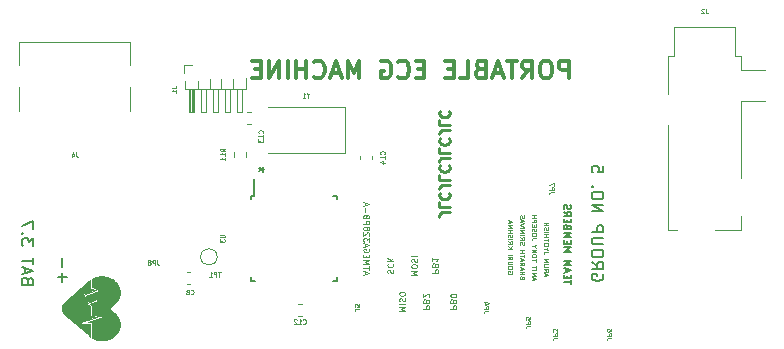
<source format=gbr>
%TF.GenerationSoftware,KiCad,Pcbnew,(6.0.5)*%
%TF.CreationDate,2022-06-05T00:42:26+05:30*%
%TF.ProjectId,PORTABLE_ECG_MACHINE,504f5254-4142-44c4-955f-4543475f4d41,rev-1*%
%TF.SameCoordinates,Original*%
%TF.FileFunction,Legend,Bot*%
%TF.FilePolarity,Positive*%
%FSLAX46Y46*%
G04 Gerber Fmt 4.6, Leading zero omitted, Abs format (unit mm)*
G04 Created by KiCad (PCBNEW (6.0.5)) date 2022-06-05 00:42:26*
%MOMM*%
%LPD*%
G01*
G04 APERTURE LIST*
%ADD10C,0.004000*%
%ADD11C,0.125000*%
%ADD12C,0.150000*%
%ADD13C,0.200000*%
%ADD14C,0.225000*%
%ADD15C,0.100000*%
%ADD16C,0.375000*%
%ADD17C,0.120000*%
G04 APERTURE END LIST*
D10*
G36*
X76722451Y-70804775D02*
G01*
X76722514Y-70807959D01*
X76722700Y-70811119D01*
X76723008Y-70814251D01*
X76723435Y-70817354D01*
X76723980Y-70820424D01*
X76724641Y-70823458D01*
X76725416Y-70826455D01*
X76726302Y-70829410D01*
X76727298Y-70832321D01*
X76728402Y-70835186D01*
X76729612Y-70838001D01*
X76730926Y-70840764D01*
X76732342Y-70843472D01*
X76733858Y-70846122D01*
X76735472Y-70848711D01*
X76737182Y-70851236D01*
X76738986Y-70853696D01*
X76740883Y-70856086D01*
X76742869Y-70858404D01*
X76744944Y-70860647D01*
X76747105Y-70862813D01*
X76749350Y-70864898D01*
X76751677Y-70866900D01*
X76754085Y-70868816D01*
X76756571Y-70870643D01*
X76759134Y-70872379D01*
X76761771Y-70874020D01*
X76764480Y-70875564D01*
X76767260Y-70877008D01*
X76770108Y-70878349D01*
X76773023Y-70879584D01*
X76776003Y-70880711D01*
X77242411Y-71046763D01*
X76151005Y-71401411D01*
X76144968Y-71403644D01*
X76139193Y-71406319D01*
X76133696Y-71409412D01*
X76128495Y-71412902D01*
X76123606Y-71416764D01*
X76119047Y-71420976D01*
X76114835Y-71425514D01*
X76110986Y-71430356D01*
X76107518Y-71435478D01*
X76104448Y-71440857D01*
X76101793Y-71446471D01*
X76099569Y-71452295D01*
X76097795Y-71458307D01*
X76096487Y-71464484D01*
X76095661Y-71470803D01*
X76095336Y-71477240D01*
X76095454Y-71480609D01*
X76095689Y-71483935D01*
X76096039Y-71487219D01*
X76096503Y-71490457D01*
X76097078Y-71493647D01*
X76097764Y-71496787D01*
X76098559Y-71499875D01*
X76099462Y-71502910D01*
X76100470Y-71505889D01*
X76101583Y-71508809D01*
X76102798Y-71511670D01*
X76104115Y-71514468D01*
X76105532Y-71517202D01*
X76107046Y-71519870D01*
X76108658Y-71522469D01*
X76110364Y-71524998D01*
X76112165Y-71527454D01*
X76114057Y-71529836D01*
X76116040Y-71532141D01*
X76118112Y-71534367D01*
X76120272Y-71536512D01*
X76122517Y-71538574D01*
X76124847Y-71540552D01*
X76127260Y-71542442D01*
X76129754Y-71544243D01*
X76132328Y-71545953D01*
X76134981Y-71547570D01*
X76137710Y-71549091D01*
X76140514Y-71550515D01*
X76143392Y-71551839D01*
X76146343Y-71553062D01*
X76149364Y-71554181D01*
X77117422Y-71891895D01*
X76490148Y-72073981D01*
X76484453Y-72075861D01*
X76478966Y-72078135D01*
X76473704Y-72080785D01*
X76468681Y-72083793D01*
X76463912Y-72087141D01*
X76459414Y-72090812D01*
X76455200Y-72094788D01*
X76451287Y-72099051D01*
X76447689Y-72103583D01*
X76444423Y-72108366D01*
X76441502Y-72113383D01*
X76438943Y-72118615D01*
X76436761Y-72124045D01*
X76434971Y-72129655D01*
X76433588Y-72135428D01*
X76432627Y-72141344D01*
X76432307Y-72144357D01*
X76432098Y-72147360D01*
X76432001Y-72150351D01*
X76432013Y-72153329D01*
X76432134Y-72156289D01*
X76432362Y-72159230D01*
X76432695Y-72162150D01*
X76433133Y-72165045D01*
X76433674Y-72167914D01*
X76434318Y-72170754D01*
X76435062Y-72173562D01*
X76435905Y-72176337D01*
X76436847Y-72179075D01*
X76437885Y-72181774D01*
X76439019Y-72184431D01*
X76440247Y-72187045D01*
X76441568Y-72189612D01*
X76442981Y-72192130D01*
X76444485Y-72194597D01*
X76446078Y-72197011D01*
X76447758Y-72199368D01*
X76449525Y-72201666D01*
X76451378Y-72203904D01*
X76453314Y-72206077D01*
X76455334Y-72208185D01*
X76457435Y-72210224D01*
X76459616Y-72212192D01*
X76461876Y-72214086D01*
X76464213Y-72215904D01*
X76466627Y-72217644D01*
X76469117Y-72219303D01*
X76471680Y-72220878D01*
X76753620Y-72386878D01*
X76753620Y-73161366D01*
X76753704Y-73165084D01*
X76753956Y-73168762D01*
X76754372Y-73172397D01*
X76754947Y-73175986D01*
X76755679Y-73179523D01*
X76756565Y-73183005D01*
X76757601Y-73186428D01*
X76758782Y-73189787D01*
X76760107Y-73193080D01*
X76761571Y-73196302D01*
X76763172Y-73199448D01*
X76764905Y-73202515D01*
X76766767Y-73205499D01*
X76768754Y-73208396D01*
X76770864Y-73211202D01*
X76773093Y-73213912D01*
X76775437Y-73216524D01*
X76777893Y-73219032D01*
X76780458Y-73221433D01*
X76783127Y-73223722D01*
X76785898Y-73225896D01*
X76788767Y-73227951D01*
X76791731Y-73229883D01*
X76794786Y-73231688D01*
X76797928Y-73233361D01*
X76801155Y-73234898D01*
X76804463Y-73236297D01*
X76807848Y-73237552D01*
X76811307Y-73238660D01*
X76814837Y-73239616D01*
X76818434Y-73240417D01*
X76822094Y-73241059D01*
X77301043Y-73314031D01*
X76012046Y-73708524D01*
X76008870Y-73709573D01*
X76005763Y-73710741D01*
X76002728Y-73712027D01*
X75999767Y-73713426D01*
X75994073Y-73716552D01*
X75988697Y-73720094D01*
X75983656Y-73724026D01*
X75978968Y-73728321D01*
X75974647Y-73732955D01*
X75970711Y-73737900D01*
X75967176Y-73743131D01*
X75964059Y-73748622D01*
X75961377Y-73754347D01*
X75959145Y-73760279D01*
X75957380Y-73766394D01*
X75956099Y-73772665D01*
X75955318Y-73779066D01*
X75955054Y-73785571D01*
X75955069Y-73787060D01*
X75955113Y-73788549D01*
X75955185Y-73790039D01*
X75955286Y-73791531D01*
X75955413Y-73793025D01*
X75955568Y-73794523D01*
X75955748Y-73796025D01*
X75955954Y-73797530D01*
X75956586Y-73801201D01*
X75957378Y-73804807D01*
X75958327Y-73808347D01*
X75959428Y-73811816D01*
X75960677Y-73815210D01*
X75962070Y-73818528D01*
X75963603Y-73821764D01*
X75965273Y-73824916D01*
X75967074Y-73827980D01*
X75969003Y-73830953D01*
X75971057Y-73833831D01*
X75973230Y-73836611D01*
X75975519Y-73839288D01*
X75977920Y-73841861D01*
X75980428Y-73844325D01*
X75983040Y-73846677D01*
X75985752Y-73848913D01*
X75988560Y-73851029D01*
X75991459Y-73853024D01*
X75994446Y-73854892D01*
X75997516Y-73856631D01*
X76000666Y-73858237D01*
X76003891Y-73859706D01*
X76007188Y-73861035D01*
X76010552Y-73862221D01*
X76013979Y-73863260D01*
X76017466Y-73864149D01*
X76021008Y-73864884D01*
X76024601Y-73865461D01*
X76028241Y-73865878D01*
X76031924Y-73866131D01*
X76035646Y-73866216D01*
X76768701Y-73866216D01*
X76768701Y-74960427D01*
X76756621Y-74951629D01*
X76744636Y-74942733D01*
X76732748Y-74933739D01*
X76720963Y-74924642D01*
X76709285Y-74915442D01*
X76697717Y-74906135D01*
X76686265Y-74896718D01*
X76674933Y-74887190D01*
X76674774Y-74887561D01*
X76662021Y-74876237D01*
X76656571Y-74871495D01*
X76651166Y-74866718D01*
X76640431Y-74857081D01*
X74555779Y-73003833D01*
X74531341Y-72980885D01*
X74508479Y-72956941D01*
X74487195Y-72932068D01*
X74467487Y-72906332D01*
X74449355Y-72879800D01*
X74432800Y-72852537D01*
X74417822Y-72824611D01*
X74404421Y-72796087D01*
X74392596Y-72767033D01*
X74382348Y-72737514D01*
X74373676Y-72707596D01*
X74366581Y-72677347D01*
X74361063Y-72646832D01*
X74357121Y-72616119D01*
X74354756Y-72585272D01*
X74353968Y-72554359D01*
X74354756Y-72523446D01*
X74357121Y-72492600D01*
X74361063Y-72461886D01*
X74366581Y-72431371D01*
X74373676Y-72401122D01*
X74382348Y-72371205D01*
X74392596Y-72341685D01*
X74404421Y-72312631D01*
X74417822Y-72284107D01*
X74432800Y-72256181D01*
X74449355Y-72228919D01*
X74467487Y-72202386D01*
X74487195Y-72176650D01*
X74508479Y-72151777D01*
X74531341Y-72127833D01*
X74555779Y-72104885D01*
X76639266Y-70252643D01*
X76645199Y-70247265D01*
X76651166Y-70241927D01*
X76657163Y-70236629D01*
X76663185Y-70231371D01*
X76674720Y-70221105D01*
X76674879Y-70221475D01*
X76686584Y-70211628D01*
X76698427Y-70201916D01*
X76710390Y-70192312D01*
X76722451Y-70182793D01*
X76722451Y-70804775D01*
G37*
X76722451Y-70804775D02*
X76722514Y-70807959D01*
X76722700Y-70811119D01*
X76723008Y-70814251D01*
X76723435Y-70817354D01*
X76723980Y-70820424D01*
X76724641Y-70823458D01*
X76725416Y-70826455D01*
X76726302Y-70829410D01*
X76727298Y-70832321D01*
X76728402Y-70835186D01*
X76729612Y-70838001D01*
X76730926Y-70840764D01*
X76732342Y-70843472D01*
X76733858Y-70846122D01*
X76735472Y-70848711D01*
X76737182Y-70851236D01*
X76738986Y-70853696D01*
X76740883Y-70856086D01*
X76742869Y-70858404D01*
X76744944Y-70860647D01*
X76747105Y-70862813D01*
X76749350Y-70864898D01*
X76751677Y-70866900D01*
X76754085Y-70868816D01*
X76756571Y-70870643D01*
X76759134Y-70872379D01*
X76761771Y-70874020D01*
X76764480Y-70875564D01*
X76767260Y-70877008D01*
X76770108Y-70878349D01*
X76773023Y-70879584D01*
X76776003Y-70880711D01*
X77242411Y-71046763D01*
X76151005Y-71401411D01*
X76144968Y-71403644D01*
X76139193Y-71406319D01*
X76133696Y-71409412D01*
X76128495Y-71412902D01*
X76123606Y-71416764D01*
X76119047Y-71420976D01*
X76114835Y-71425514D01*
X76110986Y-71430356D01*
X76107518Y-71435478D01*
X76104448Y-71440857D01*
X76101793Y-71446471D01*
X76099569Y-71452295D01*
X76097795Y-71458307D01*
X76096487Y-71464484D01*
X76095661Y-71470803D01*
X76095336Y-71477240D01*
X76095454Y-71480609D01*
X76095689Y-71483935D01*
X76096039Y-71487219D01*
X76096503Y-71490457D01*
X76097078Y-71493647D01*
X76097764Y-71496787D01*
X76098559Y-71499875D01*
X76099462Y-71502910D01*
X76100470Y-71505889D01*
X76101583Y-71508809D01*
X76102798Y-71511670D01*
X76104115Y-71514468D01*
X76105532Y-71517202D01*
X76107046Y-71519870D01*
X76108658Y-71522469D01*
X76110364Y-71524998D01*
X76112165Y-71527454D01*
X76114057Y-71529836D01*
X76116040Y-71532141D01*
X76118112Y-71534367D01*
X76120272Y-71536512D01*
X76122517Y-71538574D01*
X76124847Y-71540552D01*
X76127260Y-71542442D01*
X76129754Y-71544243D01*
X76132328Y-71545953D01*
X76134981Y-71547570D01*
X76137710Y-71549091D01*
X76140514Y-71550515D01*
X76143392Y-71551839D01*
X76146343Y-71553062D01*
X76149364Y-71554181D01*
X77117422Y-71891895D01*
X76490148Y-72073981D01*
X76484453Y-72075861D01*
X76478966Y-72078135D01*
X76473704Y-72080785D01*
X76468681Y-72083793D01*
X76463912Y-72087141D01*
X76459414Y-72090812D01*
X76455200Y-72094788D01*
X76451287Y-72099051D01*
X76447689Y-72103583D01*
X76444423Y-72108366D01*
X76441502Y-72113383D01*
X76438943Y-72118615D01*
X76436761Y-72124045D01*
X76434971Y-72129655D01*
X76433588Y-72135428D01*
X76432627Y-72141344D01*
X76432307Y-72144357D01*
X76432098Y-72147360D01*
X76432001Y-72150351D01*
X76432013Y-72153329D01*
X76432134Y-72156289D01*
X76432362Y-72159230D01*
X76432695Y-72162150D01*
X76433133Y-72165045D01*
X76433674Y-72167914D01*
X76434318Y-72170754D01*
X76435062Y-72173562D01*
X76435905Y-72176337D01*
X76436847Y-72179075D01*
X76437885Y-72181774D01*
X76439019Y-72184431D01*
X76440247Y-72187045D01*
X76441568Y-72189612D01*
X76442981Y-72192130D01*
X76444485Y-72194597D01*
X76446078Y-72197011D01*
X76447758Y-72199368D01*
X76449525Y-72201666D01*
X76451378Y-72203904D01*
X76453314Y-72206077D01*
X76455334Y-72208185D01*
X76457435Y-72210224D01*
X76459616Y-72212192D01*
X76461876Y-72214086D01*
X76464213Y-72215904D01*
X76466627Y-72217644D01*
X76469117Y-72219303D01*
X76471680Y-72220878D01*
X76753620Y-72386878D01*
X76753620Y-73161366D01*
X76753704Y-73165084D01*
X76753956Y-73168762D01*
X76754372Y-73172397D01*
X76754947Y-73175986D01*
X76755679Y-73179523D01*
X76756565Y-73183005D01*
X76757601Y-73186428D01*
X76758782Y-73189787D01*
X76760107Y-73193080D01*
X76761571Y-73196302D01*
X76763172Y-73199448D01*
X76764905Y-73202515D01*
X76766767Y-73205499D01*
X76768754Y-73208396D01*
X76770864Y-73211202D01*
X76773093Y-73213912D01*
X76775437Y-73216524D01*
X76777893Y-73219032D01*
X76780458Y-73221433D01*
X76783127Y-73223722D01*
X76785898Y-73225896D01*
X76788767Y-73227951D01*
X76791731Y-73229883D01*
X76794786Y-73231688D01*
X76797928Y-73233361D01*
X76801155Y-73234898D01*
X76804463Y-73236297D01*
X76807848Y-73237552D01*
X76811307Y-73238660D01*
X76814837Y-73239616D01*
X76818434Y-73240417D01*
X76822094Y-73241059D01*
X77301043Y-73314031D01*
X76012046Y-73708524D01*
X76008870Y-73709573D01*
X76005763Y-73710741D01*
X76002728Y-73712027D01*
X75999767Y-73713426D01*
X75994073Y-73716552D01*
X75988697Y-73720094D01*
X75983656Y-73724026D01*
X75978968Y-73728321D01*
X75974647Y-73732955D01*
X75970711Y-73737900D01*
X75967176Y-73743131D01*
X75964059Y-73748622D01*
X75961377Y-73754347D01*
X75959145Y-73760279D01*
X75957380Y-73766394D01*
X75956099Y-73772665D01*
X75955318Y-73779066D01*
X75955054Y-73785571D01*
X75955069Y-73787060D01*
X75955113Y-73788549D01*
X75955185Y-73790039D01*
X75955286Y-73791531D01*
X75955413Y-73793025D01*
X75955568Y-73794523D01*
X75955748Y-73796025D01*
X75955954Y-73797530D01*
X75956586Y-73801201D01*
X75957378Y-73804807D01*
X75958327Y-73808347D01*
X75959428Y-73811816D01*
X75960677Y-73815210D01*
X75962070Y-73818528D01*
X75963603Y-73821764D01*
X75965273Y-73824916D01*
X75967074Y-73827980D01*
X75969003Y-73830953D01*
X75971057Y-73833831D01*
X75973230Y-73836611D01*
X75975519Y-73839288D01*
X75977920Y-73841861D01*
X75980428Y-73844325D01*
X75983040Y-73846677D01*
X75985752Y-73848913D01*
X75988560Y-73851029D01*
X75991459Y-73853024D01*
X75994446Y-73854892D01*
X75997516Y-73856631D01*
X76000666Y-73858237D01*
X76003891Y-73859706D01*
X76007188Y-73861035D01*
X76010552Y-73862221D01*
X76013979Y-73863260D01*
X76017466Y-73864149D01*
X76021008Y-73864884D01*
X76024601Y-73865461D01*
X76028241Y-73865878D01*
X76031924Y-73866131D01*
X76035646Y-73866216D01*
X76768701Y-73866216D01*
X76768701Y-74960427D01*
X76756621Y-74951629D01*
X76744636Y-74942733D01*
X76732748Y-74933739D01*
X76720963Y-74924642D01*
X76709285Y-74915442D01*
X76697717Y-74906135D01*
X76686265Y-74896718D01*
X76674933Y-74887190D01*
X76674774Y-74887561D01*
X76662021Y-74876237D01*
X76656571Y-74871495D01*
X76651166Y-74866718D01*
X76640431Y-74857081D01*
X74555779Y-73003833D01*
X74531341Y-72980885D01*
X74508479Y-72956941D01*
X74487195Y-72932068D01*
X74467487Y-72906332D01*
X74449355Y-72879800D01*
X74432800Y-72852537D01*
X74417822Y-72824611D01*
X74404421Y-72796087D01*
X74392596Y-72767033D01*
X74382348Y-72737514D01*
X74373676Y-72707596D01*
X74366581Y-72677347D01*
X74361063Y-72646832D01*
X74357121Y-72616119D01*
X74354756Y-72585272D01*
X74353968Y-72554359D01*
X74354756Y-72523446D01*
X74357121Y-72492600D01*
X74361063Y-72461886D01*
X74366581Y-72431371D01*
X74373676Y-72401122D01*
X74382348Y-72371205D01*
X74392596Y-72341685D01*
X74404421Y-72312631D01*
X74417822Y-72284107D01*
X74432800Y-72256181D01*
X74449355Y-72228919D01*
X74467487Y-72202386D01*
X74487195Y-72176650D01*
X74508479Y-72151777D01*
X74531341Y-72127833D01*
X74555779Y-72104885D01*
X76639266Y-70252643D01*
X76645199Y-70247265D01*
X76651166Y-70241927D01*
X76657163Y-70236629D01*
X76663185Y-70231371D01*
X76674720Y-70221105D01*
X76674879Y-70221475D01*
X76686584Y-70211628D01*
X76698427Y-70201916D01*
X76710390Y-70192312D01*
X76722451Y-70182793D01*
X76722451Y-70804775D01*
G36*
X77806809Y-69846736D02*
G01*
X77884191Y-69851967D01*
X77960448Y-69860582D01*
X78035485Y-69872496D01*
X78109205Y-69887623D01*
X78181514Y-69905878D01*
X78252314Y-69927177D01*
X78321511Y-69951433D01*
X78389009Y-69978562D01*
X78454712Y-70008479D01*
X78518523Y-70041099D01*
X78580348Y-70076336D01*
X78640091Y-70114105D01*
X78697655Y-70154321D01*
X78752946Y-70196900D01*
X78805867Y-70241755D01*
X78856322Y-70288803D01*
X78904216Y-70337957D01*
X78949454Y-70389132D01*
X78991938Y-70442244D01*
X79031575Y-70497207D01*
X79068266Y-70553937D01*
X79101918Y-70612347D01*
X79132435Y-70672353D01*
X79159719Y-70733870D01*
X79183677Y-70796813D01*
X79204211Y-70861096D01*
X79221227Y-70926634D01*
X79234628Y-70993343D01*
X79244318Y-71061137D01*
X79250203Y-71129931D01*
X79252186Y-71199640D01*
X79251406Y-71243401D01*
X79249082Y-71286832D01*
X79245238Y-71329912D01*
X79239898Y-71372618D01*
X79233084Y-71414929D01*
X79224820Y-71456824D01*
X79215130Y-71498281D01*
X79204037Y-71539278D01*
X79191564Y-71579793D01*
X79177736Y-71619806D01*
X79162576Y-71659295D01*
X79146107Y-71698237D01*
X79128352Y-71736612D01*
X79109336Y-71774397D01*
X79089082Y-71811571D01*
X79067612Y-71848113D01*
X79021124Y-71919214D01*
X78970058Y-71987525D01*
X78914604Y-72052874D01*
X78854949Y-72115089D01*
X78791281Y-72173996D01*
X78723788Y-72229423D01*
X78652658Y-72281197D01*
X78578080Y-72329146D01*
X78562601Y-72339187D01*
X78548119Y-72350009D01*
X78534637Y-72361559D01*
X78522153Y-72373785D01*
X78510668Y-72386635D01*
X78500182Y-72400058D01*
X78490694Y-72414000D01*
X78482205Y-72428411D01*
X78474715Y-72443237D01*
X78468224Y-72458428D01*
X78462731Y-72473931D01*
X78458237Y-72489694D01*
X78454741Y-72505665D01*
X78452244Y-72521792D01*
X78450746Y-72538023D01*
X78450247Y-72554306D01*
X78450746Y-72570589D01*
X78452244Y-72586820D01*
X78454741Y-72602947D01*
X78458237Y-72618918D01*
X78462731Y-72634681D01*
X78468224Y-72650184D01*
X78474715Y-72665375D01*
X78482205Y-72680201D01*
X78490694Y-72694612D01*
X78500182Y-72708555D01*
X78510668Y-72721977D01*
X78522153Y-72734827D01*
X78534637Y-72747053D01*
X78548119Y-72758603D01*
X78562601Y-72769425D01*
X78578080Y-72779466D01*
X78652659Y-72827415D01*
X78723788Y-72879189D01*
X78791281Y-72934617D01*
X78854950Y-72993526D01*
X78914607Y-73055743D01*
X78970064Y-73121096D01*
X79021133Y-73189412D01*
X79067626Y-73260519D01*
X79109355Y-73334243D01*
X79146132Y-73410414D01*
X79177770Y-73488857D01*
X79204081Y-73569401D01*
X79224876Y-73651873D01*
X79239968Y-73736100D01*
X79249169Y-73821911D01*
X79252291Y-73909131D01*
X79250308Y-73978840D01*
X79244424Y-74047634D01*
X79234734Y-74115427D01*
X79221334Y-74182136D01*
X79204319Y-74247675D01*
X79183786Y-74311958D01*
X79159830Y-74374901D01*
X79132547Y-74436418D01*
X79102032Y-74496424D01*
X79068382Y-74554834D01*
X79031692Y-74611563D01*
X78992057Y-74666527D01*
X78949574Y-74719639D01*
X78904338Y-74770814D01*
X78856446Y-74819968D01*
X78805992Y-74867015D01*
X78753072Y-74911871D01*
X78697782Y-74954449D01*
X78640219Y-74994666D01*
X78580476Y-75032435D01*
X78518652Y-75067672D01*
X78454840Y-75100291D01*
X78389137Y-75130208D01*
X78321639Y-75157337D01*
X78252441Y-75181594D01*
X78181638Y-75202892D01*
X78109328Y-75221147D01*
X78035605Y-75236274D01*
X77960565Y-75248188D01*
X77884305Y-75256803D01*
X77806918Y-75262035D01*
X77728502Y-75263797D01*
X77673801Y-75262936D01*
X77619592Y-75260370D01*
X77565908Y-75256130D01*
X77512779Y-75250247D01*
X77460237Y-75242749D01*
X77408313Y-75233668D01*
X77357039Y-75223033D01*
X77306446Y-75210874D01*
X77256565Y-75197222D01*
X77207429Y-75182105D01*
X77159068Y-75165555D01*
X77111513Y-75147600D01*
X77064797Y-75128272D01*
X77018950Y-75107600D01*
X76974004Y-75085614D01*
X76929990Y-75062344D01*
X76929990Y-73785783D01*
X76929885Y-73781636D01*
X76929574Y-73777544D01*
X76929061Y-73773511D01*
X76928352Y-73769543D01*
X76927452Y-73765644D01*
X76926366Y-73761820D01*
X76925099Y-73758075D01*
X76923656Y-73754415D01*
X76922041Y-73750846D01*
X76920262Y-73747371D01*
X76918321Y-73743996D01*
X76916224Y-73740726D01*
X76913977Y-73737566D01*
X76911584Y-73734521D01*
X76909051Y-73731597D01*
X76906382Y-73728798D01*
X76903583Y-73726129D01*
X76900659Y-73723596D01*
X76897614Y-73721203D01*
X76894455Y-73718956D01*
X76891185Y-73716860D01*
X76887810Y-73714919D01*
X76884335Y-73713139D01*
X76880765Y-73711525D01*
X76877105Y-73710082D01*
X76873361Y-73708814D01*
X76869537Y-73707728D01*
X76865638Y-73706828D01*
X76861670Y-73706119D01*
X76857637Y-73705607D01*
X76853545Y-73705295D01*
X76849398Y-73705191D01*
X76574655Y-73705191D01*
X77686593Y-73364884D01*
X77689929Y-73363782D01*
X77693189Y-73362543D01*
X77696370Y-73361170D01*
X77699470Y-73359669D01*
X77702486Y-73358042D01*
X77705417Y-73356295D01*
X77708259Y-73354431D01*
X77711010Y-73352455D01*
X77716229Y-73348180D01*
X77721055Y-73343504D01*
X77725468Y-73338460D01*
X77729449Y-73333081D01*
X77732977Y-73327398D01*
X77736034Y-73321446D01*
X77738600Y-73315258D01*
X77740655Y-73308865D01*
X77742179Y-73302301D01*
X77743153Y-73295598D01*
X77743428Y-73292206D01*
X77743557Y-73288791D01*
X77743540Y-73285357D01*
X77743372Y-73281910D01*
X77743040Y-73278414D01*
X77742561Y-73274961D01*
X77741938Y-73271555D01*
X77741175Y-73268199D01*
X77740274Y-73264897D01*
X77739239Y-73261651D01*
X77738072Y-73258466D01*
X77736777Y-73255344D01*
X77735356Y-73252290D01*
X77733813Y-73249305D01*
X77732151Y-73246394D01*
X77730373Y-73243559D01*
X77728482Y-73240805D01*
X77726480Y-73238134D01*
X77724372Y-73235549D01*
X77722159Y-73233055D01*
X77719846Y-73230654D01*
X77717435Y-73228350D01*
X77714929Y-73226145D01*
X77712331Y-73224044D01*
X77709644Y-73222049D01*
X77706872Y-73220165D01*
X77704017Y-73218393D01*
X77701083Y-73216738D01*
X77698072Y-73215203D01*
X77694988Y-73213791D01*
X77691833Y-73212506D01*
X77688611Y-73211350D01*
X77685324Y-73210328D01*
X77681977Y-73209441D01*
X77678571Y-73208695D01*
X77675110Y-73208092D01*
X76914962Y-73092257D01*
X76914962Y-72340893D01*
X76914918Y-72338221D01*
X76914787Y-72335563D01*
X76914569Y-72332922D01*
X76914266Y-72330298D01*
X76913879Y-72327695D01*
X76913408Y-72325113D01*
X76912855Y-72322554D01*
X76912221Y-72320021D01*
X76911507Y-72317515D01*
X76910713Y-72315037D01*
X76909842Y-72312590D01*
X76908893Y-72310175D01*
X76907868Y-72307794D01*
X76906767Y-72305450D01*
X76905593Y-72303143D01*
X76904346Y-72300875D01*
X76903026Y-72298649D01*
X76901636Y-72296465D01*
X76900175Y-72294327D01*
X76898645Y-72292235D01*
X76897048Y-72290191D01*
X76895383Y-72288198D01*
X76893652Y-72286256D01*
X76891856Y-72284368D01*
X76889997Y-72282536D01*
X76888074Y-72280761D01*
X76886090Y-72279045D01*
X76884045Y-72277390D01*
X76881939Y-72275797D01*
X76879775Y-72274269D01*
X76877553Y-72272807D01*
X76875275Y-72271414D01*
X76714620Y-72176852D01*
X77404865Y-71976456D01*
X77407995Y-71975478D01*
X77411062Y-71974383D01*
X77417002Y-71971849D01*
X77422667Y-71968878D01*
X77428037Y-71965494D01*
X77433096Y-71961720D01*
X77437825Y-71957579D01*
X77442205Y-71953095D01*
X77446219Y-71948291D01*
X77449849Y-71943191D01*
X77453076Y-71937818D01*
X77455882Y-71932195D01*
X77458249Y-71926346D01*
X77460160Y-71920294D01*
X77461595Y-71914063D01*
X77462537Y-71907675D01*
X77462817Y-71904431D01*
X77462967Y-71901156D01*
X77463023Y-71898054D01*
X77462942Y-71894954D01*
X77462728Y-71891859D01*
X77462382Y-71888773D01*
X77461908Y-71885700D01*
X77461307Y-71882645D01*
X77460582Y-71879612D01*
X77459734Y-71876605D01*
X77458768Y-71873628D01*
X77457684Y-71870684D01*
X77456485Y-71867779D01*
X77455174Y-71864917D01*
X77453753Y-71862101D01*
X77452224Y-71859336D01*
X77450589Y-71856625D01*
X77448852Y-71853974D01*
X77447013Y-71851385D01*
X77445077Y-71848864D01*
X77443044Y-71846415D01*
X77440917Y-71844040D01*
X77438699Y-71841746D01*
X77436392Y-71839535D01*
X77433998Y-71837412D01*
X77431520Y-71835381D01*
X77428960Y-71833446D01*
X77426320Y-71831612D01*
X77423603Y-71829882D01*
X77420811Y-71828261D01*
X77417946Y-71826752D01*
X77415011Y-71825361D01*
X77412008Y-71824090D01*
X77408940Y-71822945D01*
X76428499Y-71480839D01*
X77517525Y-71126985D01*
X77523551Y-71124754D01*
X77529314Y-71122084D01*
X77534799Y-71118999D01*
X77539989Y-71115520D01*
X77544867Y-71111672D01*
X77549416Y-71107475D01*
X77553621Y-71102955D01*
X77557463Y-71098132D01*
X77560928Y-71093031D01*
X77563997Y-71087673D01*
X77566655Y-71082081D01*
X77568885Y-71076279D01*
X77570670Y-71070289D01*
X77571995Y-71064134D01*
X77572841Y-71057837D01*
X77573193Y-71051420D01*
X77573187Y-71048182D01*
X77573053Y-71044970D01*
X77572792Y-71041786D01*
X77572407Y-71038633D01*
X77571899Y-71035514D01*
X77571271Y-71032432D01*
X77570525Y-71029389D01*
X77569662Y-71026389D01*
X77568686Y-71023433D01*
X77567598Y-71020526D01*
X77566400Y-71017669D01*
X77565095Y-71014866D01*
X77563684Y-71012119D01*
X77562170Y-71009431D01*
X77560554Y-71006806D01*
X77558839Y-71004245D01*
X77557027Y-71001751D01*
X77555121Y-70999329D01*
X77553121Y-70996979D01*
X77551031Y-70994705D01*
X77548852Y-70992510D01*
X77546587Y-70990397D01*
X77544237Y-70988368D01*
X77541805Y-70986427D01*
X77539293Y-70984575D01*
X77536703Y-70982817D01*
X77534037Y-70981154D01*
X77531297Y-70979590D01*
X77528485Y-70978127D01*
X77525604Y-70976768D01*
X77522655Y-70975516D01*
X77519641Y-70974373D01*
X76883689Y-70747943D01*
X76883689Y-70072726D01*
X76929584Y-70046493D01*
X76976578Y-70021691D01*
X77024633Y-69998358D01*
X77073710Y-69976530D01*
X77123771Y-69956241D01*
X77174777Y-69937528D01*
X77226690Y-69920427D01*
X77279472Y-69904974D01*
X77333085Y-69891204D01*
X77387489Y-69879154D01*
X77442647Y-69868859D01*
X77498520Y-69860356D01*
X77555070Y-69853680D01*
X77612259Y-69848867D01*
X77670047Y-69845952D01*
X77728398Y-69844973D01*
X77806809Y-69846736D01*
G37*
X77806809Y-69846736D02*
X77884191Y-69851967D01*
X77960448Y-69860582D01*
X78035485Y-69872496D01*
X78109205Y-69887623D01*
X78181514Y-69905878D01*
X78252314Y-69927177D01*
X78321511Y-69951433D01*
X78389009Y-69978562D01*
X78454712Y-70008479D01*
X78518523Y-70041099D01*
X78580348Y-70076336D01*
X78640091Y-70114105D01*
X78697655Y-70154321D01*
X78752946Y-70196900D01*
X78805867Y-70241755D01*
X78856322Y-70288803D01*
X78904216Y-70337957D01*
X78949454Y-70389132D01*
X78991938Y-70442244D01*
X79031575Y-70497207D01*
X79068266Y-70553937D01*
X79101918Y-70612347D01*
X79132435Y-70672353D01*
X79159719Y-70733870D01*
X79183677Y-70796813D01*
X79204211Y-70861096D01*
X79221227Y-70926634D01*
X79234628Y-70993343D01*
X79244318Y-71061137D01*
X79250203Y-71129931D01*
X79252186Y-71199640D01*
X79251406Y-71243401D01*
X79249082Y-71286832D01*
X79245238Y-71329912D01*
X79239898Y-71372618D01*
X79233084Y-71414929D01*
X79224820Y-71456824D01*
X79215130Y-71498281D01*
X79204037Y-71539278D01*
X79191564Y-71579793D01*
X79177736Y-71619806D01*
X79162576Y-71659295D01*
X79146107Y-71698237D01*
X79128352Y-71736612D01*
X79109336Y-71774397D01*
X79089082Y-71811571D01*
X79067612Y-71848113D01*
X79021124Y-71919214D01*
X78970058Y-71987525D01*
X78914604Y-72052874D01*
X78854949Y-72115089D01*
X78791281Y-72173996D01*
X78723788Y-72229423D01*
X78652658Y-72281197D01*
X78578080Y-72329146D01*
X78562601Y-72339187D01*
X78548119Y-72350009D01*
X78534637Y-72361559D01*
X78522153Y-72373785D01*
X78510668Y-72386635D01*
X78500182Y-72400058D01*
X78490694Y-72414000D01*
X78482205Y-72428411D01*
X78474715Y-72443237D01*
X78468224Y-72458428D01*
X78462731Y-72473931D01*
X78458237Y-72489694D01*
X78454741Y-72505665D01*
X78452244Y-72521792D01*
X78450746Y-72538023D01*
X78450247Y-72554306D01*
X78450746Y-72570589D01*
X78452244Y-72586820D01*
X78454741Y-72602947D01*
X78458237Y-72618918D01*
X78462731Y-72634681D01*
X78468224Y-72650184D01*
X78474715Y-72665375D01*
X78482205Y-72680201D01*
X78490694Y-72694612D01*
X78500182Y-72708555D01*
X78510668Y-72721977D01*
X78522153Y-72734827D01*
X78534637Y-72747053D01*
X78548119Y-72758603D01*
X78562601Y-72769425D01*
X78578080Y-72779466D01*
X78652659Y-72827415D01*
X78723788Y-72879189D01*
X78791281Y-72934617D01*
X78854950Y-72993526D01*
X78914607Y-73055743D01*
X78970064Y-73121096D01*
X79021133Y-73189412D01*
X79067626Y-73260519D01*
X79109355Y-73334243D01*
X79146132Y-73410414D01*
X79177770Y-73488857D01*
X79204081Y-73569401D01*
X79224876Y-73651873D01*
X79239968Y-73736100D01*
X79249169Y-73821911D01*
X79252291Y-73909131D01*
X79250308Y-73978840D01*
X79244424Y-74047634D01*
X79234734Y-74115427D01*
X79221334Y-74182136D01*
X79204319Y-74247675D01*
X79183786Y-74311958D01*
X79159830Y-74374901D01*
X79132547Y-74436418D01*
X79102032Y-74496424D01*
X79068382Y-74554834D01*
X79031692Y-74611563D01*
X78992057Y-74666527D01*
X78949574Y-74719639D01*
X78904338Y-74770814D01*
X78856446Y-74819968D01*
X78805992Y-74867015D01*
X78753072Y-74911871D01*
X78697782Y-74954449D01*
X78640219Y-74994666D01*
X78580476Y-75032435D01*
X78518652Y-75067672D01*
X78454840Y-75100291D01*
X78389137Y-75130208D01*
X78321639Y-75157337D01*
X78252441Y-75181594D01*
X78181638Y-75202892D01*
X78109328Y-75221147D01*
X78035605Y-75236274D01*
X77960565Y-75248188D01*
X77884305Y-75256803D01*
X77806918Y-75262035D01*
X77728502Y-75263797D01*
X77673801Y-75262936D01*
X77619592Y-75260370D01*
X77565908Y-75256130D01*
X77512779Y-75250247D01*
X77460237Y-75242749D01*
X77408313Y-75233668D01*
X77357039Y-75223033D01*
X77306446Y-75210874D01*
X77256565Y-75197222D01*
X77207429Y-75182105D01*
X77159068Y-75165555D01*
X77111513Y-75147600D01*
X77064797Y-75128272D01*
X77018950Y-75107600D01*
X76974004Y-75085614D01*
X76929990Y-75062344D01*
X76929990Y-73785783D01*
X76929885Y-73781636D01*
X76929574Y-73777544D01*
X76929061Y-73773511D01*
X76928352Y-73769543D01*
X76927452Y-73765644D01*
X76926366Y-73761820D01*
X76925099Y-73758075D01*
X76923656Y-73754415D01*
X76922041Y-73750846D01*
X76920262Y-73747371D01*
X76918321Y-73743996D01*
X76916224Y-73740726D01*
X76913977Y-73737566D01*
X76911584Y-73734521D01*
X76909051Y-73731597D01*
X76906382Y-73728798D01*
X76903583Y-73726129D01*
X76900659Y-73723596D01*
X76897614Y-73721203D01*
X76894455Y-73718956D01*
X76891185Y-73716860D01*
X76887810Y-73714919D01*
X76884335Y-73713139D01*
X76880765Y-73711525D01*
X76877105Y-73710082D01*
X76873361Y-73708814D01*
X76869537Y-73707728D01*
X76865638Y-73706828D01*
X76861670Y-73706119D01*
X76857637Y-73705607D01*
X76853545Y-73705295D01*
X76849398Y-73705191D01*
X76574655Y-73705191D01*
X77686593Y-73364884D01*
X77689929Y-73363782D01*
X77693189Y-73362543D01*
X77696370Y-73361170D01*
X77699470Y-73359669D01*
X77702486Y-73358042D01*
X77705417Y-73356295D01*
X77708259Y-73354431D01*
X77711010Y-73352455D01*
X77716229Y-73348180D01*
X77721055Y-73343504D01*
X77725468Y-73338460D01*
X77729449Y-73333081D01*
X77732977Y-73327398D01*
X77736034Y-73321446D01*
X77738600Y-73315258D01*
X77740655Y-73308865D01*
X77742179Y-73302301D01*
X77743153Y-73295598D01*
X77743428Y-73292206D01*
X77743557Y-73288791D01*
X77743540Y-73285357D01*
X77743372Y-73281910D01*
X77743040Y-73278414D01*
X77742561Y-73274961D01*
X77741938Y-73271555D01*
X77741175Y-73268199D01*
X77740274Y-73264897D01*
X77739239Y-73261651D01*
X77738072Y-73258466D01*
X77736777Y-73255344D01*
X77735356Y-73252290D01*
X77733813Y-73249305D01*
X77732151Y-73246394D01*
X77730373Y-73243559D01*
X77728482Y-73240805D01*
X77726480Y-73238134D01*
X77724372Y-73235549D01*
X77722159Y-73233055D01*
X77719846Y-73230654D01*
X77717435Y-73228350D01*
X77714929Y-73226145D01*
X77712331Y-73224044D01*
X77709644Y-73222049D01*
X77706872Y-73220165D01*
X77704017Y-73218393D01*
X77701083Y-73216738D01*
X77698072Y-73215203D01*
X77694988Y-73213791D01*
X77691833Y-73212506D01*
X77688611Y-73211350D01*
X77685324Y-73210328D01*
X77681977Y-73209441D01*
X77678571Y-73208695D01*
X77675110Y-73208092D01*
X76914962Y-73092257D01*
X76914962Y-72340893D01*
X76914918Y-72338221D01*
X76914787Y-72335563D01*
X76914569Y-72332922D01*
X76914266Y-72330298D01*
X76913879Y-72327695D01*
X76913408Y-72325113D01*
X76912855Y-72322554D01*
X76912221Y-72320021D01*
X76911507Y-72317515D01*
X76910713Y-72315037D01*
X76909842Y-72312590D01*
X76908893Y-72310175D01*
X76907868Y-72307794D01*
X76906767Y-72305450D01*
X76905593Y-72303143D01*
X76904346Y-72300875D01*
X76903026Y-72298649D01*
X76901636Y-72296465D01*
X76900175Y-72294327D01*
X76898645Y-72292235D01*
X76897048Y-72290191D01*
X76895383Y-72288198D01*
X76893652Y-72286256D01*
X76891856Y-72284368D01*
X76889997Y-72282536D01*
X76888074Y-72280761D01*
X76886090Y-72279045D01*
X76884045Y-72277390D01*
X76881939Y-72275797D01*
X76879775Y-72274269D01*
X76877553Y-72272807D01*
X76875275Y-72271414D01*
X76714620Y-72176852D01*
X77404865Y-71976456D01*
X77407995Y-71975478D01*
X77411062Y-71974383D01*
X77417002Y-71971849D01*
X77422667Y-71968878D01*
X77428037Y-71965494D01*
X77433096Y-71961720D01*
X77437825Y-71957579D01*
X77442205Y-71953095D01*
X77446219Y-71948291D01*
X77449849Y-71943191D01*
X77453076Y-71937818D01*
X77455882Y-71932195D01*
X77458249Y-71926346D01*
X77460160Y-71920294D01*
X77461595Y-71914063D01*
X77462537Y-71907675D01*
X77462817Y-71904431D01*
X77462967Y-71901156D01*
X77463023Y-71898054D01*
X77462942Y-71894954D01*
X77462728Y-71891859D01*
X77462382Y-71888773D01*
X77461908Y-71885700D01*
X77461307Y-71882645D01*
X77460582Y-71879612D01*
X77459734Y-71876605D01*
X77458768Y-71873628D01*
X77457684Y-71870684D01*
X77456485Y-71867779D01*
X77455174Y-71864917D01*
X77453753Y-71862101D01*
X77452224Y-71859336D01*
X77450589Y-71856625D01*
X77448852Y-71853974D01*
X77447013Y-71851385D01*
X77445077Y-71848864D01*
X77443044Y-71846415D01*
X77440917Y-71844040D01*
X77438699Y-71841746D01*
X77436392Y-71839535D01*
X77433998Y-71837412D01*
X77431520Y-71835381D01*
X77428960Y-71833446D01*
X77426320Y-71831612D01*
X77423603Y-71829882D01*
X77420811Y-71828261D01*
X77417946Y-71826752D01*
X77415011Y-71825361D01*
X77412008Y-71824090D01*
X77408940Y-71822945D01*
X76428499Y-71480839D01*
X77517525Y-71126985D01*
X77523551Y-71124754D01*
X77529314Y-71122084D01*
X77534799Y-71118999D01*
X77539989Y-71115520D01*
X77544867Y-71111672D01*
X77549416Y-71107475D01*
X77553621Y-71102955D01*
X77557463Y-71098132D01*
X77560928Y-71093031D01*
X77563997Y-71087673D01*
X77566655Y-71082081D01*
X77568885Y-71076279D01*
X77570670Y-71070289D01*
X77571995Y-71064134D01*
X77572841Y-71057837D01*
X77573193Y-71051420D01*
X77573187Y-71048182D01*
X77573053Y-71044970D01*
X77572792Y-71041786D01*
X77572407Y-71038633D01*
X77571899Y-71035514D01*
X77571271Y-71032432D01*
X77570525Y-71029389D01*
X77569662Y-71026389D01*
X77568686Y-71023433D01*
X77567598Y-71020526D01*
X77566400Y-71017669D01*
X77565095Y-71014866D01*
X77563684Y-71012119D01*
X77562170Y-71009431D01*
X77560554Y-71006806D01*
X77558839Y-71004245D01*
X77557027Y-71001751D01*
X77555121Y-70999329D01*
X77553121Y-70996979D01*
X77551031Y-70994705D01*
X77548852Y-70992510D01*
X77546587Y-70990397D01*
X77544237Y-70988368D01*
X77541805Y-70986427D01*
X77539293Y-70984575D01*
X77536703Y-70982817D01*
X77534037Y-70981154D01*
X77531297Y-70979590D01*
X77528485Y-70978127D01*
X77525604Y-70976768D01*
X77522655Y-70975516D01*
X77519641Y-70974373D01*
X76883689Y-70747943D01*
X76883689Y-70072726D01*
X76929584Y-70046493D01*
X76976578Y-70021691D01*
X77024633Y-69998358D01*
X77073710Y-69976530D01*
X77123771Y-69956241D01*
X77174777Y-69937528D01*
X77226690Y-69920427D01*
X77279472Y-69904974D01*
X77333085Y-69891204D01*
X77387489Y-69879154D01*
X77442647Y-69868859D01*
X77498520Y-69860356D01*
X77555070Y-69853680D01*
X77612259Y-69848867D01*
X77670047Y-69845952D01*
X77728398Y-69844973D01*
X77806809Y-69846736D01*
D11*
X107233489Y-72585925D02*
X107733489Y-72585925D01*
X107733489Y-72395449D01*
X107709680Y-72347830D01*
X107685870Y-72324020D01*
X107638251Y-72300211D01*
X107566822Y-72300211D01*
X107519203Y-72324020D01*
X107495394Y-72347830D01*
X107471584Y-72395449D01*
X107471584Y-72585925D01*
X107495394Y-71919258D02*
X107471584Y-71847830D01*
X107447775Y-71824020D01*
X107400156Y-71800211D01*
X107328727Y-71800211D01*
X107281108Y-71824020D01*
X107257299Y-71847830D01*
X107233489Y-71895449D01*
X107233489Y-72085925D01*
X107733489Y-72085925D01*
X107733489Y-71919258D01*
X107709680Y-71871639D01*
X107685870Y-71847830D01*
X107638251Y-71824020D01*
X107590632Y-71824020D01*
X107543013Y-71847830D01*
X107519203Y-71871639D01*
X107495394Y-71919258D01*
X107495394Y-72085925D01*
X107733489Y-71490687D02*
X107733489Y-71443068D01*
X107709680Y-71395449D01*
X107685870Y-71371639D01*
X107638251Y-71347830D01*
X107543013Y-71324020D01*
X107423965Y-71324020D01*
X107328727Y-71347830D01*
X107281108Y-71371639D01*
X107257299Y-71395449D01*
X107233489Y-71443068D01*
X107233489Y-71490687D01*
X107257299Y-71538306D01*
X107281108Y-71562116D01*
X107328727Y-71585925D01*
X107423965Y-71609735D01*
X107543013Y-71609735D01*
X107638251Y-71585925D01*
X107685870Y-71562116D01*
X107709680Y-71538306D01*
X107733489Y-71490687D01*
D12*
X74368251Y-70315830D02*
X74368251Y-69553925D01*
X73987299Y-69934878D02*
X74749203Y-69934878D01*
D13*
X120151680Y-69672401D02*
X120199299Y-69767639D01*
X120199299Y-69910497D01*
X120151680Y-70053354D01*
X120056441Y-70148592D01*
X119961203Y-70196211D01*
X119770727Y-70243830D01*
X119627870Y-70243830D01*
X119437394Y-70196211D01*
X119342156Y-70148592D01*
X119246918Y-70053354D01*
X119199299Y-69910497D01*
X119199299Y-69815258D01*
X119246918Y-69672401D01*
X119294537Y-69624782D01*
X119627870Y-69624782D01*
X119627870Y-69815258D01*
X119199299Y-68624782D02*
X119675489Y-68958116D01*
X119199299Y-69196211D02*
X120199299Y-69196211D01*
X120199299Y-68815258D01*
X120151680Y-68720020D01*
X120104060Y-68672401D01*
X120008822Y-68624782D01*
X119865965Y-68624782D01*
X119770727Y-68672401D01*
X119723108Y-68720020D01*
X119675489Y-68815258D01*
X119675489Y-69196211D01*
X120199299Y-68005735D02*
X120199299Y-67815258D01*
X120151680Y-67720020D01*
X120056441Y-67624782D01*
X119865965Y-67577163D01*
X119532632Y-67577163D01*
X119342156Y-67624782D01*
X119246918Y-67720020D01*
X119199299Y-67815258D01*
X119199299Y-68005735D01*
X119246918Y-68100973D01*
X119342156Y-68196211D01*
X119532632Y-68243830D01*
X119865965Y-68243830D01*
X120056441Y-68196211D01*
X120151680Y-68100973D01*
X120199299Y-68005735D01*
X120199299Y-67148592D02*
X119389775Y-67148592D01*
X119294537Y-67100973D01*
X119246918Y-67053354D01*
X119199299Y-66958116D01*
X119199299Y-66767639D01*
X119246918Y-66672401D01*
X119294537Y-66624782D01*
X119389775Y-66577163D01*
X120199299Y-66577163D01*
X119199299Y-66100973D02*
X120199299Y-66100973D01*
X120199299Y-65720020D01*
X120151680Y-65624782D01*
X120104060Y-65577163D01*
X120008822Y-65529544D01*
X119865965Y-65529544D01*
X119770727Y-65577163D01*
X119723108Y-65624782D01*
X119675489Y-65720020D01*
X119675489Y-66100973D01*
X119199299Y-64339068D02*
X120199299Y-64339068D01*
X119199299Y-63767639D01*
X120199299Y-63767639D01*
X120199299Y-63100973D02*
X120199299Y-62910497D01*
X120151680Y-62815258D01*
X120056441Y-62720020D01*
X119865965Y-62672401D01*
X119532632Y-62672401D01*
X119342156Y-62720020D01*
X119246918Y-62815258D01*
X119199299Y-62910497D01*
X119199299Y-63100973D01*
X119246918Y-63196211D01*
X119342156Y-63291449D01*
X119532632Y-63339068D01*
X119865965Y-63339068D01*
X120056441Y-63291449D01*
X120151680Y-63196211D01*
X120199299Y-63100973D01*
X119294537Y-62243830D02*
X119246918Y-62196211D01*
X119199299Y-62243830D01*
X119246918Y-62291449D01*
X119294537Y-62243830D01*
X119199299Y-62243830D01*
X120199299Y-60529544D02*
X120199299Y-61005735D01*
X119723108Y-61053354D01*
X119770727Y-61005735D01*
X119818346Y-60910497D01*
X119818346Y-60672401D01*
X119770727Y-60577163D01*
X119723108Y-60529544D01*
X119627870Y-60481925D01*
X119389775Y-60481925D01*
X119294537Y-60529544D01*
X119246918Y-60577163D01*
X119199299Y-60672401D01*
X119199299Y-60910497D01*
X119246918Y-61005735D01*
X119294537Y-61053354D01*
D11*
X104947489Y-72585925D02*
X105447489Y-72585925D01*
X105447489Y-72395449D01*
X105423680Y-72347830D01*
X105399870Y-72324020D01*
X105352251Y-72300211D01*
X105280822Y-72300211D01*
X105233203Y-72324020D01*
X105209394Y-72347830D01*
X105185584Y-72395449D01*
X105185584Y-72585925D01*
X105209394Y-71919258D02*
X105185584Y-71847830D01*
X105161775Y-71824020D01*
X105114156Y-71800211D01*
X105042727Y-71800211D01*
X104995108Y-71824020D01*
X104971299Y-71847830D01*
X104947489Y-71895449D01*
X104947489Y-72085925D01*
X105447489Y-72085925D01*
X105447489Y-71919258D01*
X105423680Y-71871639D01*
X105399870Y-71847830D01*
X105352251Y-71824020D01*
X105304632Y-71824020D01*
X105257013Y-71847830D01*
X105233203Y-71871639D01*
X105209394Y-71919258D01*
X105209394Y-72085925D01*
X105399870Y-71609735D02*
X105423680Y-71585925D01*
X105447489Y-71538306D01*
X105447489Y-71419258D01*
X105423680Y-71371639D01*
X105399870Y-71347830D01*
X105352251Y-71324020D01*
X105304632Y-71324020D01*
X105233203Y-71347830D01*
X104947489Y-71633544D01*
X104947489Y-71324020D01*
D14*
X107190537Y-64440020D02*
X106547680Y-64440020D01*
X106419108Y-64482878D01*
X106333394Y-64568592D01*
X106290537Y-64697163D01*
X106290537Y-64782878D01*
X106290537Y-63582878D02*
X106290537Y-64011449D01*
X107190537Y-64011449D01*
X106376251Y-62768592D02*
X106333394Y-62811449D01*
X106290537Y-62940020D01*
X106290537Y-63025735D01*
X106333394Y-63154306D01*
X106419108Y-63240020D01*
X106504822Y-63282878D01*
X106676251Y-63325735D01*
X106804822Y-63325735D01*
X106976251Y-63282878D01*
X107061965Y-63240020D01*
X107147680Y-63154306D01*
X107190537Y-63025735D01*
X107190537Y-62940020D01*
X107147680Y-62811449D01*
X107104822Y-62768592D01*
X107190537Y-62125735D02*
X106547680Y-62125735D01*
X106419108Y-62168592D01*
X106333394Y-62254306D01*
X106290537Y-62382878D01*
X106290537Y-62468592D01*
X106290537Y-61268592D02*
X106290537Y-61697163D01*
X107190537Y-61697163D01*
X106376251Y-60454306D02*
X106333394Y-60497163D01*
X106290537Y-60625735D01*
X106290537Y-60711449D01*
X106333394Y-60840020D01*
X106419108Y-60925735D01*
X106504822Y-60968592D01*
X106676251Y-61011449D01*
X106804822Y-61011449D01*
X106976251Y-60968592D01*
X107061965Y-60925735D01*
X107147680Y-60840020D01*
X107190537Y-60711449D01*
X107190537Y-60625735D01*
X107147680Y-60497163D01*
X107104822Y-60454306D01*
X107190537Y-59811449D02*
X106547680Y-59811449D01*
X106419108Y-59854306D01*
X106333394Y-59940020D01*
X106290537Y-60068592D01*
X106290537Y-60154306D01*
X106290537Y-58954306D02*
X106290537Y-59382878D01*
X107190537Y-59382878D01*
X106376251Y-58140020D02*
X106333394Y-58182878D01*
X106290537Y-58311449D01*
X106290537Y-58397163D01*
X106333394Y-58525735D01*
X106419108Y-58611449D01*
X106504822Y-58654306D01*
X106676251Y-58697163D01*
X106804822Y-58697163D01*
X106976251Y-58654306D01*
X107061965Y-58611449D01*
X107147680Y-58525735D01*
X107190537Y-58397163D01*
X107190537Y-58311449D01*
X107147680Y-58182878D01*
X107104822Y-58140020D01*
X107190537Y-57497163D02*
X106547680Y-57497163D01*
X106419108Y-57540020D01*
X106333394Y-57625735D01*
X106290537Y-57754306D01*
X106290537Y-57840020D01*
X106290537Y-56640020D02*
X106290537Y-57068592D01*
X107190537Y-57068592D01*
X106376251Y-55825735D02*
X106333394Y-55868592D01*
X106290537Y-55997163D01*
X106290537Y-56082878D01*
X106333394Y-56211449D01*
X106419108Y-56297163D01*
X106504822Y-56340020D01*
X106676251Y-56382878D01*
X106804822Y-56382878D01*
X106976251Y-56340020D01*
X107061965Y-56297163D01*
X107147680Y-56211449D01*
X107190537Y-56082878D01*
X107190537Y-55997163D01*
X107147680Y-55868592D01*
X107104822Y-55825735D01*
D12*
X117440251Y-70526592D02*
X117440251Y-70183735D01*
X116840251Y-70355163D02*
X117440251Y-70355163D01*
X117154537Y-69983735D02*
X117154537Y-69783735D01*
X116840251Y-69698020D02*
X116840251Y-69983735D01*
X117440251Y-69983735D01*
X117440251Y-69698020D01*
X117011680Y-69469449D02*
X117011680Y-69183735D01*
X116840251Y-69526592D02*
X117440251Y-69326592D01*
X116840251Y-69126592D01*
X116840251Y-68926592D02*
X117440251Y-68926592D01*
X117011680Y-68726592D01*
X117440251Y-68526592D01*
X116840251Y-68526592D01*
X116840251Y-67783735D02*
X117440251Y-67783735D01*
X117011680Y-67583735D01*
X117440251Y-67383735D01*
X116840251Y-67383735D01*
X117154537Y-67098020D02*
X117154537Y-66898020D01*
X116840251Y-66812306D02*
X116840251Y-67098020D01*
X117440251Y-67098020D01*
X117440251Y-66812306D01*
X116840251Y-66555163D02*
X117440251Y-66555163D01*
X117011680Y-66355163D01*
X117440251Y-66155163D01*
X116840251Y-66155163D01*
X117154537Y-65669449D02*
X117125965Y-65583735D01*
X117097394Y-65555163D01*
X117040251Y-65526592D01*
X116954537Y-65526592D01*
X116897394Y-65555163D01*
X116868822Y-65583735D01*
X116840251Y-65640878D01*
X116840251Y-65869449D01*
X117440251Y-65869449D01*
X117440251Y-65669449D01*
X117411680Y-65612306D01*
X117383108Y-65583735D01*
X117325965Y-65555163D01*
X117268822Y-65555163D01*
X117211680Y-65583735D01*
X117183108Y-65612306D01*
X117154537Y-65669449D01*
X117154537Y-65869449D01*
X117154537Y-65269449D02*
X117154537Y-65069449D01*
X116840251Y-64983735D02*
X116840251Y-65269449D01*
X117440251Y-65269449D01*
X117440251Y-64983735D01*
X116840251Y-64383735D02*
X117125965Y-64583735D01*
X116840251Y-64726592D02*
X117440251Y-64726592D01*
X117440251Y-64498020D01*
X117411680Y-64440878D01*
X117383108Y-64412306D01*
X117325965Y-64383735D01*
X117240251Y-64383735D01*
X117183108Y-64412306D01*
X117154537Y-64440878D01*
X117125965Y-64498020D01*
X117125965Y-64726592D01*
X116868822Y-64155163D02*
X116840251Y-64069449D01*
X116840251Y-63926592D01*
X116868822Y-63869449D01*
X116897394Y-63840878D01*
X116954537Y-63812306D01*
X117011680Y-63812306D01*
X117068822Y-63840878D01*
X117097394Y-63869449D01*
X117125965Y-63926592D01*
X117154537Y-64040878D01*
X117183108Y-64098020D01*
X117211680Y-64126592D01*
X117268822Y-64155163D01*
X117325965Y-64155163D01*
X117383108Y-64126592D01*
X117411680Y-64098020D01*
X117440251Y-64040878D01*
X117440251Y-63898020D01*
X117411680Y-63812306D01*
X71463108Y-70212401D02*
X71415489Y-70069544D01*
X71367870Y-70021925D01*
X71272632Y-69974306D01*
X71129775Y-69974306D01*
X71034537Y-70021925D01*
X70986918Y-70069544D01*
X70939299Y-70164782D01*
X70939299Y-70545735D01*
X71939299Y-70545735D01*
X71939299Y-70212401D01*
X71891680Y-70117163D01*
X71844060Y-70069544D01*
X71748822Y-70021925D01*
X71653584Y-70021925D01*
X71558346Y-70069544D01*
X71510727Y-70117163D01*
X71463108Y-70212401D01*
X71463108Y-70545735D01*
X71225013Y-69593354D02*
X71225013Y-69117163D01*
X70939299Y-69688592D02*
X71939299Y-69355258D01*
X70939299Y-69021925D01*
X71939299Y-68831449D02*
X71939299Y-68260020D01*
X70939299Y-68545735D02*
X71939299Y-68545735D01*
X71939299Y-67260020D02*
X71939299Y-66640973D01*
X71558346Y-66974306D01*
X71558346Y-66831449D01*
X71510727Y-66736211D01*
X71463108Y-66688592D01*
X71367870Y-66640973D01*
X71129775Y-66640973D01*
X71034537Y-66688592D01*
X70986918Y-66736211D01*
X70939299Y-66831449D01*
X70939299Y-67117163D01*
X70986918Y-67212401D01*
X71034537Y-67260020D01*
X71034537Y-66212401D02*
X70986918Y-66164782D01*
X70939299Y-66212401D01*
X70986918Y-66260020D01*
X71034537Y-66212401D01*
X70939299Y-66212401D01*
X71939299Y-65831449D02*
X71939299Y-65164782D01*
X70939299Y-65593354D01*
D11*
X100010346Y-69656687D02*
X100010346Y-69418592D01*
X99867489Y-69704306D02*
X100367489Y-69537639D01*
X99867489Y-69370973D01*
X100367489Y-69275735D02*
X100367489Y-68990020D01*
X99867489Y-69132878D02*
X100367489Y-69132878D01*
X99867489Y-68823354D02*
X100367489Y-68823354D01*
X100010346Y-68656687D01*
X100367489Y-68490020D01*
X99867489Y-68490020D01*
X100129394Y-68251925D02*
X100129394Y-68085258D01*
X99867489Y-68013830D02*
X99867489Y-68251925D01*
X100367489Y-68251925D01*
X100367489Y-68013830D01*
X100343680Y-67537639D02*
X100367489Y-67585258D01*
X100367489Y-67656687D01*
X100343680Y-67728116D01*
X100296060Y-67775735D01*
X100248441Y-67799544D01*
X100153203Y-67823354D01*
X100081775Y-67823354D01*
X99986537Y-67799544D01*
X99938918Y-67775735D01*
X99891299Y-67728116D01*
X99867489Y-67656687D01*
X99867489Y-67609068D01*
X99891299Y-67537639D01*
X99915108Y-67513830D01*
X100081775Y-67513830D01*
X100081775Y-67609068D01*
X100010346Y-67323354D02*
X100010346Y-67085258D01*
X99867489Y-67370973D02*
X100367489Y-67204306D01*
X99867489Y-67037639D01*
X100367489Y-66918592D02*
X100367489Y-66609068D01*
X100177013Y-66775735D01*
X100177013Y-66704306D01*
X100153203Y-66656687D01*
X100129394Y-66632878D01*
X100081775Y-66609068D01*
X99962727Y-66609068D01*
X99915108Y-66632878D01*
X99891299Y-66656687D01*
X99867489Y-66704306D01*
X99867489Y-66847163D01*
X99891299Y-66894782D01*
X99915108Y-66918592D01*
X100319870Y-66418592D02*
X100343680Y-66394782D01*
X100367489Y-66347163D01*
X100367489Y-66228116D01*
X100343680Y-66180497D01*
X100319870Y-66156687D01*
X100272251Y-66132878D01*
X100224632Y-66132878D01*
X100153203Y-66156687D01*
X99867489Y-66442401D01*
X99867489Y-66132878D01*
X100153203Y-65847163D02*
X100177013Y-65894782D01*
X100200822Y-65918592D01*
X100248441Y-65942401D01*
X100272251Y-65942401D01*
X100319870Y-65918592D01*
X100343680Y-65894782D01*
X100367489Y-65847163D01*
X100367489Y-65751925D01*
X100343680Y-65704306D01*
X100319870Y-65680497D01*
X100272251Y-65656687D01*
X100248441Y-65656687D01*
X100200822Y-65680497D01*
X100177013Y-65704306D01*
X100153203Y-65751925D01*
X100153203Y-65847163D01*
X100129394Y-65894782D01*
X100105584Y-65918592D01*
X100057965Y-65942401D01*
X99962727Y-65942401D01*
X99915108Y-65918592D01*
X99891299Y-65894782D01*
X99867489Y-65847163D01*
X99867489Y-65751925D01*
X99891299Y-65704306D01*
X99915108Y-65680497D01*
X99962727Y-65656687D01*
X100057965Y-65656687D01*
X100105584Y-65680497D01*
X100129394Y-65704306D01*
X100153203Y-65751925D01*
X99867489Y-65442401D02*
X100367489Y-65442401D01*
X100367489Y-65251925D01*
X100343680Y-65204306D01*
X100319870Y-65180497D01*
X100272251Y-65156687D01*
X100200822Y-65156687D01*
X100153203Y-65180497D01*
X100129394Y-65204306D01*
X100105584Y-65251925D01*
X100105584Y-65442401D01*
X100129394Y-64775735D02*
X100105584Y-64704306D01*
X100081775Y-64680497D01*
X100034156Y-64656687D01*
X99962727Y-64656687D01*
X99915108Y-64680497D01*
X99891299Y-64704306D01*
X99867489Y-64751925D01*
X99867489Y-64942401D01*
X100367489Y-64942401D01*
X100367489Y-64775735D01*
X100343680Y-64728116D01*
X100319870Y-64704306D01*
X100272251Y-64680497D01*
X100224632Y-64680497D01*
X100177013Y-64704306D01*
X100153203Y-64728116D01*
X100129394Y-64775735D01*
X100129394Y-64942401D01*
X100057965Y-64442401D02*
X100057965Y-64061449D01*
X100010346Y-63847163D02*
X100010346Y-63609068D01*
X99867489Y-63894782D02*
X100367489Y-63728116D01*
X99867489Y-63561449D01*
D15*
X112485680Y-69432973D02*
X112504727Y-69471068D01*
X112504727Y-69528211D01*
X112485680Y-69585354D01*
X112447584Y-69623449D01*
X112409489Y-69642497D01*
X112333299Y-69661544D01*
X112276156Y-69661544D01*
X112199965Y-69642497D01*
X112161870Y-69623449D01*
X112123775Y-69585354D01*
X112104727Y-69528211D01*
X112104727Y-69490116D01*
X112123775Y-69432973D01*
X112142822Y-69413925D01*
X112276156Y-69413925D01*
X112276156Y-69490116D01*
X112504727Y-69166306D02*
X112504727Y-69090116D01*
X112485680Y-69052020D01*
X112447584Y-69013925D01*
X112371394Y-68994878D01*
X112238060Y-68994878D01*
X112161870Y-69013925D01*
X112123775Y-69052020D01*
X112104727Y-69090116D01*
X112104727Y-69166306D01*
X112123775Y-69204401D01*
X112161870Y-69242497D01*
X112238060Y-69261544D01*
X112371394Y-69261544D01*
X112447584Y-69242497D01*
X112485680Y-69204401D01*
X112504727Y-69166306D01*
X112504727Y-68823449D02*
X112180918Y-68823449D01*
X112142822Y-68804401D01*
X112123775Y-68785354D01*
X112104727Y-68747258D01*
X112104727Y-68671068D01*
X112123775Y-68632973D01*
X112142822Y-68613925D01*
X112180918Y-68594878D01*
X112504727Y-68594878D01*
X112104727Y-68175830D02*
X112295203Y-68309163D01*
X112104727Y-68404401D02*
X112504727Y-68404401D01*
X112504727Y-68252020D01*
X112485680Y-68213925D01*
X112466632Y-68194878D01*
X112428537Y-68175830D01*
X112371394Y-68175830D01*
X112333299Y-68194878D01*
X112314251Y-68213925D01*
X112295203Y-68252020D01*
X112295203Y-68404401D01*
X112104727Y-68004401D02*
X112504727Y-68004401D01*
X112104727Y-67509163D02*
X112504727Y-67509163D01*
X112104727Y-67280592D02*
X112333299Y-67452020D01*
X112504727Y-67280592D02*
X112276156Y-67509163D01*
X112104727Y-66880592D02*
X112295203Y-67013925D01*
X112104727Y-67109163D02*
X112504727Y-67109163D01*
X112504727Y-66956782D01*
X112485680Y-66918687D01*
X112466632Y-66899639D01*
X112428537Y-66880592D01*
X112371394Y-66880592D01*
X112333299Y-66899639D01*
X112314251Y-66918687D01*
X112295203Y-66956782D01*
X112295203Y-67109163D01*
X112104727Y-66709163D02*
X112504727Y-66709163D01*
X112123775Y-66537735D02*
X112104727Y-66480592D01*
X112104727Y-66385354D01*
X112123775Y-66347258D01*
X112142822Y-66328211D01*
X112180918Y-66309163D01*
X112219013Y-66309163D01*
X112257108Y-66328211D01*
X112276156Y-66347258D01*
X112295203Y-66385354D01*
X112314251Y-66461544D01*
X112333299Y-66499639D01*
X112352346Y-66518687D01*
X112390441Y-66537735D01*
X112428537Y-66537735D01*
X112466632Y-66518687D01*
X112485680Y-66499639D01*
X112504727Y-66461544D01*
X112504727Y-66366306D01*
X112485680Y-66309163D01*
X112104727Y-66137735D02*
X112504727Y-66137735D01*
X112314251Y-66137735D02*
X112314251Y-65909163D01*
X112104727Y-65909163D02*
X112504727Y-65909163D01*
X112104727Y-65718687D02*
X112504727Y-65718687D01*
X112104727Y-65490116D01*
X112504727Y-65490116D01*
X112219013Y-65318687D02*
X112219013Y-65128211D01*
X112104727Y-65356782D02*
X112504727Y-65223449D01*
X112104727Y-65090116D01*
D12*
X74368251Y-69045830D02*
X74368251Y-68283925D01*
D15*
X115267013Y-69804401D02*
X115267013Y-69613925D01*
X115152727Y-69842497D02*
X115552727Y-69709163D01*
X115152727Y-69575830D01*
X115152727Y-69213925D02*
X115343203Y-69347258D01*
X115152727Y-69442497D02*
X115552727Y-69442497D01*
X115552727Y-69290116D01*
X115533680Y-69252020D01*
X115514632Y-69232973D01*
X115476537Y-69213925D01*
X115419394Y-69213925D01*
X115381299Y-69232973D01*
X115362251Y-69252020D01*
X115343203Y-69290116D01*
X115343203Y-69442497D01*
X115552727Y-69042497D02*
X115228918Y-69042497D01*
X115190822Y-69023449D01*
X115171775Y-69004401D01*
X115152727Y-68966306D01*
X115152727Y-68890116D01*
X115171775Y-68852020D01*
X115190822Y-68832973D01*
X115228918Y-68813925D01*
X115552727Y-68813925D01*
X115152727Y-68623449D02*
X115552727Y-68623449D01*
X115152727Y-68394878D01*
X115552727Y-68394878D01*
X115552727Y-67785354D02*
X115267013Y-67785354D01*
X115209870Y-67804401D01*
X115171775Y-67842497D01*
X115152727Y-67899639D01*
X115152727Y-67937735D01*
X115343203Y-67518687D02*
X115152727Y-67518687D01*
X115552727Y-67652020D02*
X115343203Y-67518687D01*
X115552727Y-67385354D01*
X115552727Y-67175830D02*
X115552727Y-67099639D01*
X115533680Y-67061544D01*
X115495584Y-67023449D01*
X115419394Y-67004401D01*
X115286060Y-67004401D01*
X115209870Y-67023449D01*
X115171775Y-67061544D01*
X115152727Y-67099639D01*
X115152727Y-67175830D01*
X115171775Y-67213925D01*
X115209870Y-67252020D01*
X115286060Y-67271068D01*
X115419394Y-67271068D01*
X115495584Y-67252020D01*
X115533680Y-67213925D01*
X115552727Y-67175830D01*
X115552727Y-66890116D02*
X115552727Y-66661544D01*
X115152727Y-66775830D02*
X115552727Y-66775830D01*
X115152727Y-66528211D02*
X115552727Y-66528211D01*
X115362251Y-66528211D02*
X115362251Y-66299639D01*
X115152727Y-66299639D02*
X115552727Y-66299639D01*
X115152727Y-66109163D02*
X115552727Y-66109163D01*
X115171775Y-65937735D02*
X115152727Y-65880592D01*
X115152727Y-65785354D01*
X115171775Y-65747258D01*
X115190822Y-65728211D01*
X115228918Y-65709163D01*
X115267013Y-65709163D01*
X115305108Y-65728211D01*
X115324156Y-65747258D01*
X115343203Y-65785354D01*
X115362251Y-65861544D01*
X115381299Y-65899639D01*
X115400346Y-65918687D01*
X115438441Y-65937735D01*
X115476537Y-65937735D01*
X115514632Y-65918687D01*
X115533680Y-65899639D01*
X115552727Y-65861544D01*
X115552727Y-65766306D01*
X115533680Y-65709163D01*
X115152727Y-65537735D02*
X115552727Y-65537735D01*
X115362251Y-65537735D02*
X115362251Y-65309163D01*
X115152727Y-65309163D02*
X115552727Y-65309163D01*
D11*
X103931489Y-69704592D02*
X104431489Y-69704592D01*
X104074346Y-69537925D01*
X104431489Y-69371258D01*
X103931489Y-69371258D01*
X104431489Y-69037925D02*
X104431489Y-68942687D01*
X104407680Y-68895068D01*
X104360060Y-68847449D01*
X104264822Y-68823639D01*
X104098156Y-68823639D01*
X104002918Y-68847449D01*
X103955299Y-68895068D01*
X103931489Y-68942687D01*
X103931489Y-69037925D01*
X103955299Y-69085544D01*
X104002918Y-69133163D01*
X104098156Y-69156973D01*
X104264822Y-69156973D01*
X104360060Y-69133163D01*
X104407680Y-69085544D01*
X104431489Y-69037925D01*
X103955299Y-68633163D02*
X103931489Y-68561735D01*
X103931489Y-68442687D01*
X103955299Y-68395068D01*
X103979108Y-68371258D01*
X104026727Y-68347449D01*
X104074346Y-68347449D01*
X104121965Y-68371258D01*
X104145775Y-68395068D01*
X104169584Y-68442687D01*
X104193394Y-68537925D01*
X104217203Y-68585544D01*
X104241013Y-68609354D01*
X104288632Y-68633163D01*
X104336251Y-68633163D01*
X104383870Y-68609354D01*
X104407680Y-68585544D01*
X104431489Y-68537925D01*
X104431489Y-68418878D01*
X104407680Y-68347449D01*
X103931489Y-68133163D02*
X104431489Y-68133163D01*
D15*
X114251013Y-70156782D02*
X114251013Y-69966306D01*
X114136727Y-70194878D02*
X114536727Y-70061544D01*
X114136727Y-69928211D01*
X114136727Y-69794878D02*
X114536727Y-69794878D01*
X114251013Y-69661544D01*
X114536727Y-69528211D01*
X114136727Y-69528211D01*
X114136727Y-69337735D02*
X114536727Y-69337735D01*
X114536727Y-69204401D02*
X114536727Y-68975830D01*
X114136727Y-69090116D02*
X114536727Y-69090116D01*
X114536727Y-68594878D02*
X114536727Y-68366306D01*
X114136727Y-68480592D02*
X114536727Y-68480592D01*
X114536727Y-68156782D02*
X114536727Y-68080592D01*
X114517680Y-68042497D01*
X114479584Y-68004401D01*
X114403394Y-67985354D01*
X114270060Y-67985354D01*
X114193870Y-68004401D01*
X114155775Y-68042497D01*
X114136727Y-68080592D01*
X114136727Y-68156782D01*
X114155775Y-68194878D01*
X114193870Y-68232973D01*
X114270060Y-68252020D01*
X114403394Y-68252020D01*
X114479584Y-68232973D01*
X114517680Y-68194878D01*
X114536727Y-68156782D01*
X114136727Y-67813925D02*
X114536727Y-67813925D01*
X114136727Y-67585354D01*
X114536727Y-67585354D01*
X114327203Y-67318687D02*
X114136727Y-67318687D01*
X114536727Y-67452020D02*
X114327203Y-67318687D01*
X114536727Y-67185354D01*
X114536727Y-66632973D02*
X114251013Y-66632973D01*
X114193870Y-66652020D01*
X114155775Y-66690116D01*
X114136727Y-66747258D01*
X114136727Y-66785354D01*
X114536727Y-66366306D02*
X114536727Y-66290116D01*
X114517680Y-66252020D01*
X114479584Y-66213925D01*
X114403394Y-66194878D01*
X114270060Y-66194878D01*
X114193870Y-66213925D01*
X114155775Y-66252020D01*
X114136727Y-66290116D01*
X114136727Y-66366306D01*
X114155775Y-66404401D01*
X114193870Y-66442497D01*
X114270060Y-66461544D01*
X114403394Y-66461544D01*
X114479584Y-66442497D01*
X114517680Y-66404401D01*
X114536727Y-66366306D01*
X114155775Y-66042497D02*
X114136727Y-65985354D01*
X114136727Y-65890116D01*
X114155775Y-65852020D01*
X114174822Y-65832973D01*
X114212918Y-65813925D01*
X114251013Y-65813925D01*
X114289108Y-65832973D01*
X114308156Y-65852020D01*
X114327203Y-65890116D01*
X114346251Y-65966306D01*
X114365299Y-66004401D01*
X114384346Y-66023449D01*
X114422441Y-66042497D01*
X114460537Y-66042497D01*
X114498632Y-66023449D01*
X114517680Y-66004401D01*
X114536727Y-65966306D01*
X114536727Y-65871068D01*
X114517680Y-65813925D01*
X114346251Y-65642497D02*
X114346251Y-65509163D01*
X114136727Y-65452020D02*
X114136727Y-65642497D01*
X114536727Y-65642497D01*
X114536727Y-65452020D01*
X114136727Y-65280592D02*
X114536727Y-65280592D01*
X114536727Y-65128211D01*
X114517680Y-65090116D01*
X114498632Y-65071068D01*
X114460537Y-65052020D01*
X114403394Y-65052020D01*
X114365299Y-65071068D01*
X114346251Y-65090116D01*
X114327203Y-65128211D01*
X114327203Y-65280592D01*
X114136727Y-64880592D02*
X114536727Y-64880592D01*
X114346251Y-64880592D02*
X114346251Y-64652020D01*
X114136727Y-64652020D02*
X114536727Y-64652020D01*
D11*
X105709489Y-69537925D02*
X106209489Y-69537925D01*
X106209489Y-69347449D01*
X106185680Y-69299830D01*
X106161870Y-69276020D01*
X106114251Y-69252211D01*
X106042822Y-69252211D01*
X105995203Y-69276020D01*
X105971394Y-69299830D01*
X105947584Y-69347449D01*
X105947584Y-69537925D01*
X105971394Y-68871258D02*
X105947584Y-68799830D01*
X105923775Y-68776020D01*
X105876156Y-68752211D01*
X105804727Y-68752211D01*
X105757108Y-68776020D01*
X105733299Y-68799830D01*
X105709489Y-68847449D01*
X105709489Y-69037925D01*
X106209489Y-69037925D01*
X106209489Y-68871258D01*
X106185680Y-68823639D01*
X106161870Y-68799830D01*
X106114251Y-68776020D01*
X106066632Y-68776020D01*
X106019013Y-68799830D01*
X105995203Y-68823639D01*
X105971394Y-68871258D01*
X105971394Y-69037925D01*
X105709489Y-68276020D02*
X105709489Y-68561735D01*
X105709489Y-68418878D02*
X106209489Y-68418878D01*
X106138060Y-68466497D01*
X106090441Y-68514116D01*
X106066632Y-68561735D01*
X101923299Y-69561735D02*
X101899489Y-69490306D01*
X101899489Y-69371258D01*
X101923299Y-69323639D01*
X101947108Y-69299830D01*
X101994727Y-69276020D01*
X102042346Y-69276020D01*
X102089965Y-69299830D01*
X102113775Y-69323639D01*
X102137584Y-69371258D01*
X102161394Y-69466497D01*
X102185203Y-69514116D01*
X102209013Y-69537925D01*
X102256632Y-69561735D01*
X102304251Y-69561735D01*
X102351870Y-69537925D01*
X102375680Y-69514116D01*
X102399489Y-69466497D01*
X102399489Y-69347449D01*
X102375680Y-69276020D01*
X101947108Y-68776020D02*
X101923299Y-68799830D01*
X101899489Y-68871258D01*
X101899489Y-68918878D01*
X101923299Y-68990306D01*
X101970918Y-69037925D01*
X102018537Y-69061735D01*
X102113775Y-69085544D01*
X102185203Y-69085544D01*
X102280441Y-69061735D01*
X102328060Y-69037925D01*
X102375680Y-68990306D01*
X102399489Y-68918878D01*
X102399489Y-68871258D01*
X102375680Y-68799830D01*
X102351870Y-68776020D01*
X101899489Y-68561735D02*
X102399489Y-68561735D01*
X101899489Y-68276020D02*
X102185203Y-68490306D01*
X102399489Y-68276020D02*
X102113775Y-68561735D01*
D15*
X113330251Y-69956782D02*
X113311203Y-69899639D01*
X113292156Y-69880592D01*
X113254060Y-69861544D01*
X113196918Y-69861544D01*
X113158822Y-69880592D01*
X113139775Y-69899639D01*
X113120727Y-69937735D01*
X113120727Y-70090116D01*
X113520727Y-70090116D01*
X113520727Y-69956782D01*
X113501680Y-69918687D01*
X113482632Y-69899639D01*
X113444537Y-69880592D01*
X113406441Y-69880592D01*
X113368346Y-69899639D01*
X113349299Y-69918687D01*
X113330251Y-69956782D01*
X113330251Y-70090116D01*
X113120727Y-69690116D02*
X113520727Y-69690116D01*
X113330251Y-69690116D02*
X113330251Y-69461544D01*
X113120727Y-69461544D02*
X113520727Y-69461544D01*
X113235013Y-69290116D02*
X113235013Y-69099639D01*
X113120727Y-69328211D02*
X113520727Y-69194878D01*
X113120727Y-69061544D01*
X113120727Y-68699639D02*
X113311203Y-68832973D01*
X113120727Y-68928211D02*
X113520727Y-68928211D01*
X113520727Y-68775830D01*
X113501680Y-68737735D01*
X113482632Y-68718687D01*
X113444537Y-68699639D01*
X113387394Y-68699639D01*
X113349299Y-68718687D01*
X113330251Y-68737735D01*
X113311203Y-68775830D01*
X113311203Y-68928211D01*
X113235013Y-68547258D02*
X113235013Y-68356782D01*
X113120727Y-68585354D02*
X113520727Y-68452020D01*
X113120727Y-68318687D01*
X113520727Y-68242497D02*
X113520727Y-68013925D01*
X113120727Y-68128211D02*
X113520727Y-68128211D01*
X113120727Y-67880592D02*
X113520727Y-67880592D01*
X113330251Y-67880592D02*
X113330251Y-67652020D01*
X113120727Y-67652020D02*
X113520727Y-67652020D01*
X113139775Y-67175830D02*
X113120727Y-67118687D01*
X113120727Y-67023449D01*
X113139775Y-66985354D01*
X113158822Y-66966306D01*
X113196918Y-66947258D01*
X113235013Y-66947258D01*
X113273108Y-66966306D01*
X113292156Y-66985354D01*
X113311203Y-67023449D01*
X113330251Y-67099639D01*
X113349299Y-67137735D01*
X113368346Y-67156782D01*
X113406441Y-67175830D01*
X113444537Y-67175830D01*
X113482632Y-67156782D01*
X113501680Y-67137735D01*
X113520727Y-67099639D01*
X113520727Y-67004401D01*
X113501680Y-66947258D01*
X113120727Y-66547258D02*
X113311203Y-66680592D01*
X113120727Y-66775830D02*
X113520727Y-66775830D01*
X113520727Y-66623449D01*
X113501680Y-66585354D01*
X113482632Y-66566306D01*
X113444537Y-66547258D01*
X113387394Y-66547258D01*
X113349299Y-66566306D01*
X113330251Y-66585354D01*
X113311203Y-66623449D01*
X113311203Y-66775830D01*
X113120727Y-66375830D02*
X113520727Y-66375830D01*
X113120727Y-66185354D02*
X113520727Y-66185354D01*
X113120727Y-65956782D01*
X113520727Y-65956782D01*
X113120727Y-65766306D02*
X113520727Y-65766306D01*
X113520727Y-65632973D02*
X113120727Y-65499639D01*
X113520727Y-65366306D01*
X113235013Y-65252020D02*
X113235013Y-65061544D01*
X113120727Y-65290116D02*
X113520727Y-65156782D01*
X113120727Y-65023449D01*
X113139775Y-64909163D02*
X113120727Y-64852020D01*
X113120727Y-64756782D01*
X113139775Y-64718687D01*
X113158822Y-64699639D01*
X113196918Y-64680592D01*
X113235013Y-64680592D01*
X113273108Y-64699639D01*
X113292156Y-64718687D01*
X113311203Y-64756782D01*
X113330251Y-64832973D01*
X113349299Y-64871068D01*
X113368346Y-64890116D01*
X113406441Y-64909163D01*
X113444537Y-64909163D01*
X113482632Y-64890116D01*
X113501680Y-64871068D01*
X113520727Y-64832973D01*
X113520727Y-64737735D01*
X113501680Y-64680592D01*
D16*
X117260822Y-53087449D02*
X117260822Y-51587449D01*
X116689394Y-51587449D01*
X116546537Y-51658878D01*
X116475108Y-51730306D01*
X116403680Y-51873163D01*
X116403680Y-52087449D01*
X116475108Y-52230306D01*
X116546537Y-52301735D01*
X116689394Y-52373163D01*
X117260822Y-52373163D01*
X115475108Y-51587449D02*
X115189394Y-51587449D01*
X115046537Y-51658878D01*
X114903680Y-51801735D01*
X114832251Y-52087449D01*
X114832251Y-52587449D01*
X114903680Y-52873163D01*
X115046537Y-53016020D01*
X115189394Y-53087449D01*
X115475108Y-53087449D01*
X115617965Y-53016020D01*
X115760822Y-52873163D01*
X115832251Y-52587449D01*
X115832251Y-52087449D01*
X115760822Y-51801735D01*
X115617965Y-51658878D01*
X115475108Y-51587449D01*
X113332251Y-53087449D02*
X113832251Y-52373163D01*
X114189394Y-53087449D02*
X114189394Y-51587449D01*
X113617965Y-51587449D01*
X113475108Y-51658878D01*
X113403680Y-51730306D01*
X113332251Y-51873163D01*
X113332251Y-52087449D01*
X113403680Y-52230306D01*
X113475108Y-52301735D01*
X113617965Y-52373163D01*
X114189394Y-52373163D01*
X112903680Y-51587449D02*
X112046537Y-51587449D01*
X112475108Y-53087449D02*
X112475108Y-51587449D01*
X111617965Y-52658878D02*
X110903680Y-52658878D01*
X111760822Y-53087449D02*
X111260822Y-51587449D01*
X110760822Y-53087449D01*
X109760822Y-52301735D02*
X109546537Y-52373163D01*
X109475108Y-52444592D01*
X109403680Y-52587449D01*
X109403680Y-52801735D01*
X109475108Y-52944592D01*
X109546537Y-53016020D01*
X109689394Y-53087449D01*
X110260822Y-53087449D01*
X110260822Y-51587449D01*
X109760822Y-51587449D01*
X109617965Y-51658878D01*
X109546537Y-51730306D01*
X109475108Y-51873163D01*
X109475108Y-52016020D01*
X109546537Y-52158878D01*
X109617965Y-52230306D01*
X109760822Y-52301735D01*
X110260822Y-52301735D01*
X108046537Y-53087449D02*
X108760822Y-53087449D01*
X108760822Y-51587449D01*
X107546537Y-52301735D02*
X107046537Y-52301735D01*
X106832251Y-53087449D02*
X107546537Y-53087449D01*
X107546537Y-51587449D01*
X106832251Y-51587449D01*
X105046537Y-52301735D02*
X104546537Y-52301735D01*
X104332251Y-53087449D02*
X105046537Y-53087449D01*
X105046537Y-51587449D01*
X104332251Y-51587449D01*
X102832251Y-52944592D02*
X102903680Y-53016020D01*
X103117965Y-53087449D01*
X103260822Y-53087449D01*
X103475108Y-53016020D01*
X103617965Y-52873163D01*
X103689394Y-52730306D01*
X103760822Y-52444592D01*
X103760822Y-52230306D01*
X103689394Y-51944592D01*
X103617965Y-51801735D01*
X103475108Y-51658878D01*
X103260822Y-51587449D01*
X103117965Y-51587449D01*
X102903680Y-51658878D01*
X102832251Y-51730306D01*
X101403680Y-51658878D02*
X101546537Y-51587449D01*
X101760822Y-51587449D01*
X101975108Y-51658878D01*
X102117965Y-51801735D01*
X102189394Y-51944592D01*
X102260822Y-52230306D01*
X102260822Y-52444592D01*
X102189394Y-52730306D01*
X102117965Y-52873163D01*
X101975108Y-53016020D01*
X101760822Y-53087449D01*
X101617965Y-53087449D01*
X101403680Y-53016020D01*
X101332251Y-52944592D01*
X101332251Y-52444592D01*
X101617965Y-52444592D01*
X99546537Y-53087449D02*
X99546537Y-51587449D01*
X99046537Y-52658878D01*
X98546537Y-51587449D01*
X98546537Y-53087449D01*
X97903680Y-52658878D02*
X97189394Y-52658878D01*
X98046537Y-53087449D02*
X97546537Y-51587449D01*
X97046537Y-53087449D01*
X95689394Y-52944592D02*
X95760822Y-53016020D01*
X95975108Y-53087449D01*
X96117965Y-53087449D01*
X96332251Y-53016020D01*
X96475108Y-52873163D01*
X96546537Y-52730306D01*
X96617965Y-52444592D01*
X96617965Y-52230306D01*
X96546537Y-51944592D01*
X96475108Y-51801735D01*
X96332251Y-51658878D01*
X96117965Y-51587449D01*
X95975108Y-51587449D01*
X95760822Y-51658878D01*
X95689394Y-51730306D01*
X95046537Y-53087449D02*
X95046537Y-51587449D01*
X95046537Y-52301735D02*
X94189394Y-52301735D01*
X94189394Y-53087449D02*
X94189394Y-51587449D01*
X93475108Y-53087449D02*
X93475108Y-51587449D01*
X92760822Y-53087449D02*
X92760822Y-51587449D01*
X91903680Y-53087449D01*
X91903680Y-51587449D01*
X91189394Y-52301735D02*
X90689394Y-52301735D01*
X90475108Y-53087449D02*
X91189394Y-53087449D01*
X91189394Y-51587449D01*
X90475108Y-51587449D01*
D11*
X102915489Y-72752592D02*
X103415489Y-72752592D01*
X103058346Y-72585925D01*
X103415489Y-72419258D01*
X102915489Y-72419258D01*
X102915489Y-72181163D02*
X103415489Y-72181163D01*
X102939299Y-71966878D02*
X102915489Y-71895449D01*
X102915489Y-71776401D01*
X102939299Y-71728782D01*
X102963108Y-71704973D01*
X103010727Y-71681163D01*
X103058346Y-71681163D01*
X103105965Y-71704973D01*
X103129775Y-71728782D01*
X103153584Y-71776401D01*
X103177394Y-71871639D01*
X103201203Y-71919258D01*
X103225013Y-71943068D01*
X103272632Y-71966878D01*
X103320251Y-71966878D01*
X103367870Y-71943068D01*
X103391680Y-71919258D01*
X103415489Y-71871639D01*
X103415489Y-71752592D01*
X103391680Y-71681163D01*
X103415489Y-71371639D02*
X103415489Y-71276401D01*
X103391680Y-71228782D01*
X103344060Y-71181163D01*
X103248822Y-71157354D01*
X103082156Y-71157354D01*
X102986918Y-71181163D01*
X102939299Y-71228782D01*
X102915489Y-71276401D01*
X102915489Y-71371639D01*
X102939299Y-71419258D01*
X102986918Y-71466878D01*
X103082156Y-71490687D01*
X103248822Y-71490687D01*
X103344060Y-71466878D01*
X103391680Y-71419258D01*
X103415489Y-71371639D01*
D13*
X91497299Y-60790878D02*
X91259203Y-60790878D01*
X91354441Y-61028973D02*
X91259203Y-60790878D01*
X91354441Y-60552782D01*
X91068727Y-60933735D02*
X91259203Y-60790878D01*
X91068727Y-60648020D01*
D15*
%TO.C,JP8*%
X82433333Y-68480952D02*
X82433333Y-68766666D01*
X82452380Y-68823809D01*
X82490476Y-68861904D01*
X82547619Y-68880952D01*
X82585714Y-68880952D01*
X82242857Y-68880952D02*
X82242857Y-68480952D01*
X82090476Y-68480952D01*
X82052380Y-68500000D01*
X82033333Y-68519047D01*
X82014285Y-68557142D01*
X82014285Y-68614285D01*
X82033333Y-68652380D01*
X82052380Y-68671428D01*
X82090476Y-68690476D01*
X82242857Y-68690476D01*
X81785714Y-68652380D02*
X81823809Y-68633333D01*
X81842857Y-68614285D01*
X81861904Y-68576190D01*
X81861904Y-68557142D01*
X81842857Y-68519047D01*
X81823809Y-68500000D01*
X81785714Y-68480952D01*
X81709523Y-68480952D01*
X81671428Y-68500000D01*
X81652380Y-68519047D01*
X81633333Y-68557142D01*
X81633333Y-68576190D01*
X81652380Y-68614285D01*
X81671428Y-68633333D01*
X81709523Y-68652380D01*
X81785714Y-68652380D01*
X81823809Y-68671428D01*
X81842857Y-68690476D01*
X81861904Y-68728571D01*
X81861904Y-68804761D01*
X81842857Y-68842857D01*
X81823809Y-68861904D01*
X81785714Y-68880952D01*
X81709523Y-68880952D01*
X81671428Y-68861904D01*
X81652380Y-68842857D01*
X81633333Y-68804761D01*
X81633333Y-68728571D01*
X81652380Y-68690476D01*
X81671428Y-68671428D01*
X81709523Y-68652380D01*
%TO.C,C8*%
X85266666Y-71342857D02*
X85285714Y-71361904D01*
X85342857Y-71380952D01*
X85380952Y-71380952D01*
X85438095Y-71361904D01*
X85476190Y-71323809D01*
X85495238Y-71285714D01*
X85514285Y-71209523D01*
X85514285Y-71152380D01*
X85495238Y-71076190D01*
X85476190Y-71038095D01*
X85438095Y-71000000D01*
X85380952Y-70980952D01*
X85342857Y-70980952D01*
X85285714Y-71000000D01*
X85266666Y-71019047D01*
X85038095Y-71152380D02*
X85076190Y-71133333D01*
X85095238Y-71114285D01*
X85114285Y-71076190D01*
X85114285Y-71057142D01*
X85095238Y-71019047D01*
X85076190Y-71000000D01*
X85038095Y-70980952D01*
X84961904Y-70980952D01*
X84923809Y-71000000D01*
X84904761Y-71019047D01*
X84885714Y-71057142D01*
X84885714Y-71076190D01*
X84904761Y-71114285D01*
X84923809Y-71133333D01*
X84961904Y-71152380D01*
X85038095Y-71152380D01*
X85076190Y-71171428D01*
X85095238Y-71190476D01*
X85114285Y-71228571D01*
X85114285Y-71304761D01*
X85095238Y-71342857D01*
X85076190Y-71361904D01*
X85038095Y-71380952D01*
X84961904Y-71380952D01*
X84923809Y-71361904D01*
X84904761Y-71342857D01*
X84885714Y-71304761D01*
X84885714Y-71228571D01*
X84904761Y-71190476D01*
X84923809Y-71171428D01*
X84961904Y-71152380D01*
%TO.C,J4*%
X75589013Y-59358830D02*
X75589013Y-59644544D01*
X75608060Y-59701687D01*
X75646156Y-59739782D01*
X75703299Y-59758830D01*
X75741394Y-59758830D01*
X75227108Y-59492163D02*
X75227108Y-59758830D01*
X75322346Y-59339782D02*
X75417584Y-59625497D01*
X75169965Y-59625497D01*
%TO.C,Y1*%
X95204156Y-54529354D02*
X95204156Y-54719830D01*
X95337489Y-54319830D02*
X95204156Y-54529354D01*
X95070822Y-54319830D01*
X94727965Y-54719830D02*
X94956537Y-54719830D01*
X94842251Y-54719830D02*
X94842251Y-54319830D01*
X94880346Y-54376973D01*
X94918441Y-54415068D01*
X94956537Y-54434116D01*
%TO.C,J1*%
X83642632Y-53904544D02*
X83928346Y-53904544D01*
X83985489Y-53885497D01*
X84023584Y-53847401D01*
X84042632Y-53790258D01*
X84042632Y-53752163D01*
X84042632Y-54304544D02*
X84042632Y-54075973D01*
X84042632Y-54190258D02*
X83642632Y-54190258D01*
X83699775Y-54152163D01*
X83737870Y-54114068D01*
X83756918Y-54075973D01*
%TO.C,JP4*%
X110472727Y-72808211D02*
X110187013Y-72808211D01*
X110129870Y-72827258D01*
X110091775Y-72865354D01*
X110072727Y-72922497D01*
X110072727Y-72960592D01*
X110072727Y-72617735D02*
X110472727Y-72617735D01*
X110472727Y-72465354D01*
X110453680Y-72427258D01*
X110434632Y-72408211D01*
X110396537Y-72389163D01*
X110339394Y-72389163D01*
X110301299Y-72408211D01*
X110282251Y-72427258D01*
X110263203Y-72465354D01*
X110263203Y-72617735D01*
X110339394Y-72046306D02*
X110072727Y-72046306D01*
X110491775Y-72141544D02*
X110206060Y-72236782D01*
X110206060Y-71989163D01*
%TO.C,JP7*%
X116019047Y-62733333D02*
X115733333Y-62733333D01*
X115676190Y-62752380D01*
X115638095Y-62790476D01*
X115619047Y-62847619D01*
X115619047Y-62885714D01*
X115619047Y-62542857D02*
X116019047Y-62542857D01*
X116019047Y-62390476D01*
X116000000Y-62352380D01*
X115980952Y-62333333D01*
X115942857Y-62314285D01*
X115885714Y-62314285D01*
X115847619Y-62333333D01*
X115828571Y-62352380D01*
X115809523Y-62390476D01*
X115809523Y-62542857D01*
X116019047Y-62180952D02*
X116019047Y-61914285D01*
X115619047Y-62085714D01*
%TO.C,J5*%
X99550727Y-72608211D02*
X99265013Y-72608211D01*
X99207870Y-72627258D01*
X99169775Y-72665354D01*
X99150727Y-72722497D01*
X99150727Y-72760592D01*
X99550727Y-72227258D02*
X99550727Y-72417735D01*
X99360251Y-72436782D01*
X99379299Y-72417735D01*
X99398346Y-72379639D01*
X99398346Y-72284401D01*
X99379299Y-72246306D01*
X99360251Y-72227258D01*
X99322156Y-72208211D01*
X99226918Y-72208211D01*
X99188822Y-72227258D01*
X99169775Y-72246306D01*
X99150727Y-72284401D01*
X99150727Y-72379639D01*
X99169775Y-72417735D01*
X99188822Y-72436782D01*
%TO.C,JP6*%
X120886727Y-75094211D02*
X120601013Y-75094211D01*
X120543870Y-75113258D01*
X120505775Y-75151354D01*
X120486727Y-75208497D01*
X120486727Y-75246592D01*
X120486727Y-74903735D02*
X120886727Y-74903735D01*
X120886727Y-74751354D01*
X120867680Y-74713258D01*
X120848632Y-74694211D01*
X120810537Y-74675163D01*
X120753394Y-74675163D01*
X120715299Y-74694211D01*
X120696251Y-74713258D01*
X120677203Y-74751354D01*
X120677203Y-74903735D01*
X120886727Y-74332306D02*
X120886727Y-74408497D01*
X120867680Y-74446592D01*
X120848632Y-74465639D01*
X120791489Y-74503735D01*
X120715299Y-74522782D01*
X120562918Y-74522782D01*
X120524822Y-74503735D01*
X120505775Y-74484687D01*
X120486727Y-74446592D01*
X120486727Y-74370401D01*
X120505775Y-74332306D01*
X120524822Y-74313258D01*
X120562918Y-74294211D01*
X120658156Y-74294211D01*
X120696251Y-74313258D01*
X120715299Y-74332306D01*
X120734346Y-74370401D01*
X120734346Y-74446592D01*
X120715299Y-74484687D01*
X120696251Y-74503735D01*
X120658156Y-74522782D01*
%TO.C,C12*%
X94757142Y-73842857D02*
X94776190Y-73861904D01*
X94833333Y-73880952D01*
X94871428Y-73880952D01*
X94928571Y-73861904D01*
X94966666Y-73823809D01*
X94985714Y-73785714D01*
X95004761Y-73709523D01*
X95004761Y-73652380D01*
X94985714Y-73576190D01*
X94966666Y-73538095D01*
X94928571Y-73500000D01*
X94871428Y-73480952D01*
X94833333Y-73480952D01*
X94776190Y-73500000D01*
X94757142Y-73519047D01*
X94376190Y-73880952D02*
X94604761Y-73880952D01*
X94490476Y-73880952D02*
X94490476Y-73480952D01*
X94528571Y-73538095D01*
X94566666Y-73576190D01*
X94604761Y-73595238D01*
X94223809Y-73519047D02*
X94204761Y-73500000D01*
X94166666Y-73480952D01*
X94071428Y-73480952D01*
X94033333Y-73500000D01*
X94014285Y-73519047D01*
X93995238Y-73557142D01*
X93995238Y-73595238D01*
X94014285Y-73652380D01*
X94242857Y-73880952D01*
X93995238Y-73880952D01*
%TO.C,R11*%
X88176632Y-59263735D02*
X87986156Y-59130401D01*
X88176632Y-59035163D02*
X87776632Y-59035163D01*
X87776632Y-59187544D01*
X87795680Y-59225639D01*
X87814727Y-59244687D01*
X87852822Y-59263735D01*
X87909965Y-59263735D01*
X87948060Y-59244687D01*
X87967108Y-59225639D01*
X87986156Y-59187544D01*
X87986156Y-59035163D01*
X88176632Y-59644687D02*
X88176632Y-59416116D01*
X88176632Y-59530401D02*
X87776632Y-59530401D01*
X87833775Y-59492306D01*
X87871870Y-59454211D01*
X87890918Y-59416116D01*
X88176632Y-60025639D02*
X88176632Y-59797068D01*
X88176632Y-59911354D02*
X87776632Y-59911354D01*
X87833775Y-59873258D01*
X87871870Y-59835163D01*
X87890918Y-59797068D01*
%TO.C,C13*%
X91346537Y-57739735D02*
X91365584Y-57720687D01*
X91384632Y-57663544D01*
X91384632Y-57625449D01*
X91365584Y-57568306D01*
X91327489Y-57530211D01*
X91289394Y-57511163D01*
X91213203Y-57492116D01*
X91156060Y-57492116D01*
X91079870Y-57511163D01*
X91041775Y-57530211D01*
X91003680Y-57568306D01*
X90984632Y-57625449D01*
X90984632Y-57663544D01*
X91003680Y-57720687D01*
X91022727Y-57739735D01*
X91384632Y-58120687D02*
X91384632Y-57892116D01*
X91384632Y-58006401D02*
X90984632Y-58006401D01*
X91041775Y-57968306D01*
X91079870Y-57930211D01*
X91098918Y-57892116D01*
X90984632Y-58254020D02*
X90984632Y-58501639D01*
X91137013Y-58368306D01*
X91137013Y-58425449D01*
X91156060Y-58463544D01*
X91175108Y-58482592D01*
X91213203Y-58501639D01*
X91308441Y-58501639D01*
X91346537Y-58482592D01*
X91365584Y-58463544D01*
X91384632Y-58425449D01*
X91384632Y-58311163D01*
X91365584Y-58273068D01*
X91346537Y-58254020D01*
%TO.C,U3*%
X87728632Y-66328116D02*
X88052441Y-66328116D01*
X88090537Y-66347163D01*
X88109584Y-66366211D01*
X88128632Y-66404306D01*
X88128632Y-66480497D01*
X88109584Y-66518592D01*
X88090537Y-66537639D01*
X88052441Y-66556687D01*
X87728632Y-66556687D01*
X87728632Y-66709068D02*
X87728632Y-66956687D01*
X87881013Y-66823354D01*
X87881013Y-66880497D01*
X87900060Y-66918592D01*
X87919108Y-66937639D01*
X87957203Y-66956687D01*
X88052441Y-66956687D01*
X88090537Y-66937639D01*
X88109584Y-66918592D01*
X88128632Y-66880497D01*
X88128632Y-66766211D01*
X88109584Y-66728116D01*
X88090537Y-66709068D01*
%TO.C,JP3*%
X116314727Y-75094211D02*
X116029013Y-75094211D01*
X115971870Y-75113258D01*
X115933775Y-75151354D01*
X115914727Y-75208497D01*
X115914727Y-75246592D01*
X115914727Y-74903735D02*
X116314727Y-74903735D01*
X116314727Y-74751354D01*
X116295680Y-74713258D01*
X116276632Y-74694211D01*
X116238537Y-74675163D01*
X116181394Y-74675163D01*
X116143299Y-74694211D01*
X116124251Y-74713258D01*
X116105203Y-74751354D01*
X116105203Y-74903735D01*
X116314727Y-74541830D02*
X116314727Y-74294211D01*
X116162346Y-74427544D01*
X116162346Y-74370401D01*
X116143299Y-74332306D01*
X116124251Y-74313258D01*
X116086156Y-74294211D01*
X115990918Y-74294211D01*
X115952822Y-74313258D01*
X115933775Y-74332306D01*
X115914727Y-74370401D01*
X115914727Y-74484687D01*
X115933775Y-74522782D01*
X115952822Y-74541830D01*
%TO.C,JP5*%
X114028727Y-74078211D02*
X113743013Y-74078211D01*
X113685870Y-74097258D01*
X113647775Y-74135354D01*
X113628727Y-74192497D01*
X113628727Y-74230592D01*
X113628727Y-73887735D02*
X114028727Y-73887735D01*
X114028727Y-73735354D01*
X114009680Y-73697258D01*
X113990632Y-73678211D01*
X113952537Y-73659163D01*
X113895394Y-73659163D01*
X113857299Y-73678211D01*
X113838251Y-73697258D01*
X113819203Y-73735354D01*
X113819203Y-73887735D01*
X114028727Y-73297258D02*
X114028727Y-73487735D01*
X113838251Y-73506782D01*
X113857299Y-73487735D01*
X113876346Y-73449639D01*
X113876346Y-73354401D01*
X113857299Y-73316306D01*
X113838251Y-73297258D01*
X113800156Y-73278211D01*
X113704918Y-73278211D01*
X113666822Y-73297258D01*
X113647775Y-73316306D01*
X113628727Y-73354401D01*
X113628727Y-73449639D01*
X113647775Y-73487735D01*
X113666822Y-73506782D01*
%TO.C,C14*%
X101666537Y-59517735D02*
X101685584Y-59498687D01*
X101704632Y-59441544D01*
X101704632Y-59403449D01*
X101685584Y-59346306D01*
X101647489Y-59308211D01*
X101609394Y-59289163D01*
X101533203Y-59270116D01*
X101476060Y-59270116D01*
X101399870Y-59289163D01*
X101361775Y-59308211D01*
X101323680Y-59346306D01*
X101304632Y-59403449D01*
X101304632Y-59441544D01*
X101323680Y-59498687D01*
X101342727Y-59517735D01*
X101704632Y-59898687D02*
X101704632Y-59670116D01*
X101704632Y-59784401D02*
X101304632Y-59784401D01*
X101361775Y-59746306D01*
X101399870Y-59708211D01*
X101418918Y-59670116D01*
X101437965Y-60241544D02*
X101704632Y-60241544D01*
X101285584Y-60146306D02*
X101571299Y-60051068D01*
X101571299Y-60298687D01*
%TO.C,J2*%
X128901013Y-47191830D02*
X128901013Y-47477544D01*
X128920060Y-47534687D01*
X128958156Y-47572782D01*
X129015299Y-47591830D01*
X129053394Y-47591830D01*
X128729584Y-47229925D02*
X128710537Y-47210878D01*
X128672441Y-47191830D01*
X128577203Y-47191830D01*
X128539108Y-47210878D01*
X128520060Y-47229925D01*
X128501013Y-47268020D01*
X128501013Y-47306116D01*
X128520060Y-47363258D01*
X128748632Y-47591830D01*
X128501013Y-47591830D01*
%TO.C,TP1*%
X87804761Y-69480952D02*
X87576190Y-69480952D01*
X87690476Y-69880952D02*
X87690476Y-69480952D01*
X87442857Y-69880952D02*
X87442857Y-69480952D01*
X87290476Y-69480952D01*
X87252380Y-69500000D01*
X87233333Y-69519047D01*
X87214285Y-69557142D01*
X87214285Y-69614285D01*
X87233333Y-69652380D01*
X87252380Y-69671428D01*
X87290476Y-69690476D01*
X87442857Y-69690476D01*
X86833333Y-69880952D02*
X87061904Y-69880952D01*
X86947619Y-69880952D02*
X86947619Y-69480952D01*
X86985714Y-69538095D01*
X87023809Y-69576190D01*
X87061904Y-69595238D01*
D17*
%TO.C,C8*%
X84959420Y-69490000D02*
X85240580Y-69490000D01*
X84959420Y-70510000D02*
X85240580Y-70510000D01*
%TO.C,J4*%
X80155680Y-55832878D02*
X80155680Y-53832878D01*
X70755680Y-50032878D02*
X80155680Y-50032878D01*
X80155680Y-51932878D02*
X80155680Y-50032878D01*
X70755680Y-51932878D02*
X70755680Y-50032878D01*
X70755680Y-55832878D02*
X70755680Y-53832878D01*
%TO.C,Y1*%
X91813680Y-55538878D02*
X98363680Y-55538878D01*
X98363680Y-55538878D02*
X98363680Y-59438878D01*
X98363680Y-59438878D02*
X91813680Y-59438878D01*
%TO.C,J1*%
X85571680Y-55972878D02*
X85571680Y-53972878D01*
X86151680Y-55972878D02*
X86571680Y-55972878D01*
X87571680Y-55972878D02*
X87571680Y-53972878D01*
X88151680Y-53972878D02*
X88151680Y-55972878D01*
X84801680Y-53972878D02*
X89921680Y-53972878D01*
X88861680Y-53131093D02*
X88861680Y-53972878D01*
X86571680Y-55972878D02*
X86571680Y-53972878D01*
X86151680Y-53972878D02*
X86151680Y-55972878D01*
X89921680Y-53972878D02*
X89921680Y-53057371D01*
X89151680Y-53972878D02*
X89151680Y-55972878D01*
X86861680Y-53131093D02*
X86861680Y-53972878D01*
X85861680Y-53347878D02*
X85861680Y-53972878D01*
X85211680Y-53972878D02*
X85211680Y-55972878D01*
X85151680Y-53972878D02*
X85151680Y-55972878D01*
X84801680Y-53347878D02*
X84801680Y-53972878D01*
X87151680Y-55972878D02*
X87571680Y-55972878D01*
X89151680Y-55972878D02*
X89571680Y-55972878D01*
X84676680Y-51977878D02*
X84676680Y-52662878D01*
X88151680Y-55972878D02*
X88571680Y-55972878D01*
X85151680Y-55972878D02*
X85571680Y-55972878D01*
X89571680Y-55972878D02*
X89571680Y-53972878D01*
X87151680Y-53972878D02*
X87151680Y-55972878D01*
X85331680Y-53972878D02*
X85331680Y-55972878D01*
X87861680Y-53131093D02*
X87861680Y-53972878D01*
X88571680Y-55972878D02*
X88571680Y-53972878D01*
X85361680Y-51977878D02*
X84676680Y-51977878D01*
X85451680Y-53972878D02*
X85451680Y-55972878D01*
%TO.C,C12*%
X94365100Y-73238878D02*
X94646260Y-73238878D01*
X94365100Y-72218878D02*
X94646260Y-72218878D01*
%TO.C,R11*%
X88903180Y-59283620D02*
X88903180Y-59758136D01*
X89948180Y-59283620D02*
X89948180Y-59758136D01*
%TO.C,C13*%
X90328260Y-55962878D02*
X90047100Y-55962878D01*
X90328260Y-56982878D02*
X90047100Y-56982878D01*
D12*
%TO.C,U3*%
X90372680Y-70257878D02*
X90372680Y-69932878D01*
X90372680Y-70257878D02*
X90697680Y-70257878D01*
X90597680Y-63007878D02*
X90597680Y-61582878D01*
X90372680Y-63007878D02*
X90597680Y-63007878D01*
X97622680Y-63007878D02*
X97622680Y-63332878D01*
X97622680Y-63007878D02*
X97297680Y-63007878D01*
X90372680Y-63007878D02*
X90372680Y-63332878D01*
X97622680Y-70257878D02*
X97297680Y-70257878D01*
X97622680Y-70257878D02*
X97622680Y-69932878D01*
D17*
%TO.C,C14*%
X99583680Y-59915458D02*
X99583680Y-59634298D01*
X100603680Y-59915458D02*
X100603680Y-59634298D01*
%TO.C,J2*%
X125667680Y-65910878D02*
X126417680Y-65910878D01*
X131867680Y-65910878D02*
X131867680Y-64710878D01*
X131367680Y-51210878D02*
X131367680Y-48710878D01*
X131867680Y-55010878D02*
X133867680Y-55010878D01*
X125667680Y-51210878D02*
X125667680Y-54410878D01*
X125667680Y-57010878D02*
X125667680Y-65910878D01*
X131867680Y-61510878D02*
X131867680Y-55010878D01*
X126167680Y-51210878D02*
X125667680Y-51210878D01*
X131867680Y-52410878D02*
X133867680Y-52410878D01*
X131867680Y-51210878D02*
X131367680Y-51210878D01*
X126167680Y-48710878D02*
X126167680Y-51210878D01*
X129617680Y-65910878D02*
X131867680Y-65910878D01*
X131867680Y-52410878D02*
X131867680Y-51210878D01*
X131367680Y-48710878D02*
X126167680Y-48710878D01*
%TO.C,TP1*%
X87500000Y-68200000D02*
G75*
G03*
X87500000Y-68200000I-700000J0D01*
G01*
%TD*%
M02*

</source>
